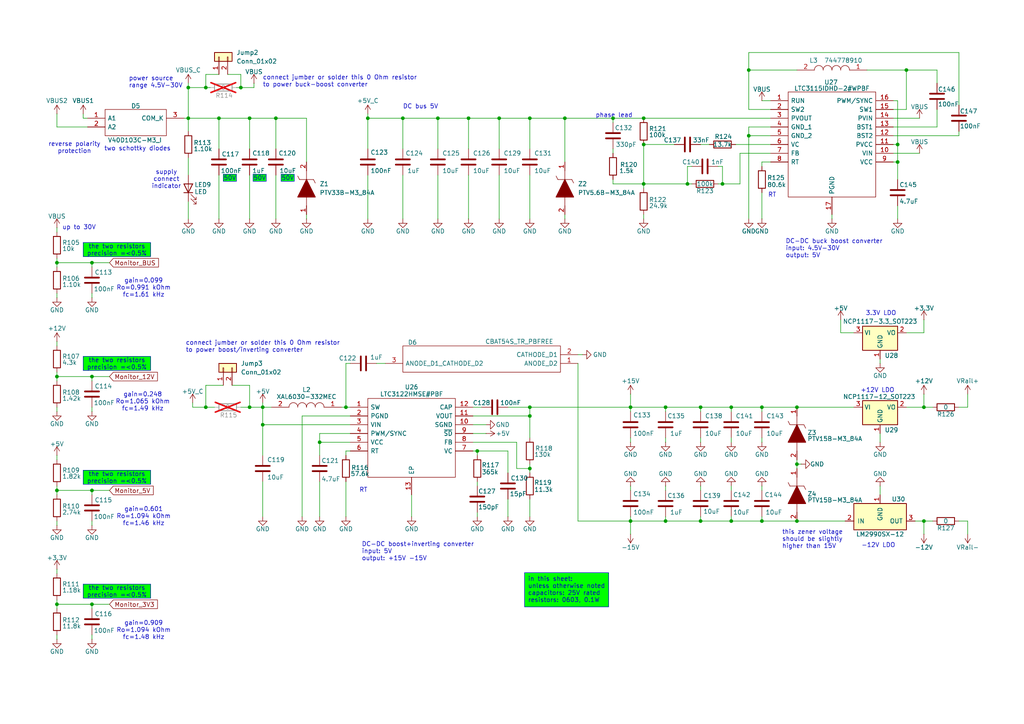
<source format=kicad_sch>
(kicad_sch (version 20250114) (generator "eeschema") (generator_version "9.0")
  (paper "A4")
  (title_block (title "harp device quad dac") (date "2025-07-15") (rev "1.1") (company "The Allen Institute") (comment 1 "Hexabitz"))
  (text "RT" (at 105.41 142.24 0) (effects (font (size 1.27 1.27))))
  (text "this zener voltage\nshould be slightly\nhigher than 15V" (at 226.822 159.258 0) (effects (font (size 1.27 1.27)) (justify left bottom)))
  (text "supply\nconnect\nindicator" (at 48.26 52.07 0) (effects (font (size 1.27 1.27))))
  (text "+12V LDO" (at 254.508 114.046 0) (effects (font (size 1.27 1.27)) (justify bottom)))
  (text "up to 30V" (at 18.034 66.802 0) (effects (font (size 1.27 1.27)) (justify left bottom)))
  (text "-12V LDO" (at 254.762 159.004 0) (effects (font (size 1.27 1.27)) (justify bottom)))
  (text "RT" (at 222.758 56.642 0) (effects (font (size 1.27 1.27)) (justify left)))
  (text "3.3V LDO" (at 255.524 91.694 0) (effects (font (size 1.27 1.27)) (justify bottom)))
  (text "phase lead" (at 172.72 34.29 0) (effects (font (size 1.27 1.27)) (justify left bottom)))
  (text "gain=0.909\nRo=1.094 kOhm\nfc=1.48 kHz" (at 41.656 182.88 0) (effects (font (size 1.27 1.27))))
  (text "reverse polarity\nprotection" (at 21.59 42.926 0) (effects (font (size 1.27 1.27))))
  (text "DC-DC buck boost converter\ninput: 4.5V-30V\noutput: 5V" (at 227.838 74.93 0) (effects (font (size 1.27 1.27)) (justify left bottom)))
  (text "two schottky diodes" (at 39.878 43.942 0) (effects (font (size 1.27 1.27)) (justify bottom)))
  (text "gain=0.601\nRo=1.094 kOhm\nfc=1.46 kHz" (at 41.656 149.86 0) (effects (font (size 1.27 1.27))))
  (text "gain=0.248\nRo=1.065 kOhm\nfc=1.49 kHz" (at 41.402 116.586 0) (effects (font (size 1.27 1.27))))
  (text "connect jumber or solder this 0 Ohm resistor\nto power boost/inverting converter" (at 53.848 102.362 0) (effects (font (size 1.27 1.27)) (justify left bottom)))
  (text "connect jumber or solder this 0 Ohm resistor\nto power buck-boost converter" (at 76.2 25.4 0) (effects (font (size 1.27 1.27)) (justify left bottom)))
  (text "DC-DC boost+inverting converter\ninput: 5V\noutput: +15V -15V" (at 104.902 162.814 0) (effects (font (size 1.27 1.27)) (justify left bottom)))
  (text "DC bus 5V" (at 116.84 31.75 0) (effects (font (size 1.27 1.27)) (justify left bottom)))
  (text "gain=0.099\nRo=0.991 kOhm\nfc=1.61 kHz" (at 41.656 83.566 0) (effects (font (size 1.27 1.27))))
  (text "power source\nrange 4.5V-30V" (at 37.338 25.654 0) (effects (font (size 1.27 1.27)) (justify left bottom)))
  (text_box "in this sheet:\nunless otherwise noted\ncapacitors: 25V rated \nresistors: 0603, 0.1W" (at 152.146 166.116 0) (size 24.384 9.906) (margins 0.9525 0.9525 0.9525 0.9525) (fill (type color) (color 0 255 0 1)) (effects (font (size 1.27 1.27)) (justify left top)))
  (text_box "50V" (at 73.406 50.546 0) (size 3.81 2.032) (margins 0.9525 0.9525 0.9525 0.9525) (fill (type color) (color 0 255 0 1)) (effects (font (size 1.27 1.27))))
  (text_box "the two resistors\nprecision =<0.5%" (at 24.13 136.398 0) (size 19.558 4.064) (margins 0.9525 0.9525 0.9525 0.9525) (fill (type color) (color 0 255 0 1)) (effects (font (size 1.27 1.27))))
  (text_box "the two resistors\nprecision =<0.5%" (at 24.13 169.418 0) (size 19.558 4.064) (margins 0.9525 0.9525 0.9525 0.9525) (fill (type color) (color 0 255 0 1)) (effects (font (size 1.27 1.27))))
  (text_box "50V" (at 81.534 50.546 0) (size 3.81 2.032) (margins 0.9525 0.9525 0.9525 0.9525) (fill (type color) (color 0 255 0 1)) (effects (font (size 1.27 1.27))))
  (text_box "the two resistors\nprecision =<0.5%" (at 24.13 103.378 0) (size 19.558 4.064) (margins 0.9525 0.9525 0.9525 0.9525) (fill (type color) (color 0 255 0 1)) (effects (font (size 1.27 1.27))))
  (text_box "the two resistors\nprecision =<0.5%" (at 24.13 70.358 0) (size 19.558 4.064) (margins 0.9525 0.9525 0.9525 0.9525) (fill (type color) (color 0 255 0 1)) (effects (font (size 1.27 1.27))))
  (text_box "50V" (at 64.77 50.546 0) (size 3.81 2.032) (margins 0.9525 0.9525 0.9525 0.9525) (fill (type color) (color 0 255 0 1)) (effects (font (size 1.27 1.27))))
  (junction (at 76.2 123.19))
  (junction (at 26.67 109.22))
  (junction (at 231.14 134.62))
  (junction (at 212.09 118.11))
  (junction (at 203.2 118.11))
  (junction (at 138.43 130.81))
  (junction (at 153.67 118.11))
  (junction (at 100.33 118.11))
  (junction (at 220.98 151.13))
  (junction (at 69.85 25.4))
  (junction (at 116.84 34.29))
  (junction (at 262.89 20.32))
  (junction (at 209.55 53.34))
  (junction (at 199.39 53.34))
  (junction (at 26.67 142.24))
  (junction (at 92.71 128.27))
  (junction (at 54.61 25.4))
  (junction (at 16.51 109.22))
  (junction (at 26.67 175.26))
  (junction (at 260.35 41.91))
  (junction (at 186.69 34.29))
  (junction (at 16.51 175.26))
  (junction (at 217.17 20.32))
  (junction (at 217.17 39.37))
  (junction (at 177.8 34.29))
  (junction (at 260.35 46.99))
  (junction (at 182.88 151.13))
  (junction (at 212.09 151.13))
  (junction (at 267.97 118.11))
  (junction (at 182.88 118.11))
  (junction (at 76.2 118.11))
  (junction (at 231.14 151.13))
  (junction (at 72.39 34.29))
  (junction (at 72.39 118.11))
  (junction (at 127 34.29))
  (junction (at 63.5 34.29))
  (junction (at 186.69 53.34))
  (junction (at 193.04 118.11))
  (junction (at 186.69 41.91))
  (junction (at 16.51 76.2))
  (junction (at 16.51 142.24))
  (junction (at 203.2 151.13))
  (junction (at 59.69 25.4))
  (junction (at 80.01 34.29))
  (junction (at 163.83 34.29))
  (junction (at 220.98 118.11))
  (junction (at 153.67 120.65))
  (junction (at 144.78 34.29))
  (junction (at 54.61 34.29))
  (junction (at 267.97 151.13))
  (junction (at 106.68 34.29))
  (junction (at 153.67 34.29))
  (junction (at 153.67 135.89))
  (junction (at 231.14 118.11))
  (junction (at 135.89 34.29))
  (junction (at 193.04 151.13))
  (junction (at 26.67 76.2))
  (junction (at 59.69 118.11))
  (wire (pts (xy 101.6 125.73) (xy 92.71 125.73)))
  (wire (pts (xy 203.2 128.27) (xy 203.2 127)))
  (wire (pts (xy 186.69 53.34) (xy 199.39 53.34)))
  (wire (pts (xy 31.75 142.24) (xy 26.67 142.24)))
  (wire (pts (xy 144.78 34.29) (xy 153.67 34.29)))
  (wire (pts (xy 153.67 118.11) (xy 153.67 120.65)))
  (wire (pts (xy 259.08 46.99) (xy 260.35 46.99)))
  (wire (pts (xy 144.78 43.18) (xy 144.78 34.29)))
  (wire (pts (xy 76.2 118.11) (xy 76.2 123.19)))
  (wire (pts (xy 69.85 21.59) (xy 69.85 25.4)))
  (wire (pts (xy 72.39 111.76) (xy 72.39 118.11)))
  (wire (pts (xy 186.69 34.29) (xy 223.52 34.29)))
  (wire (pts (xy 182.88 128.27) (xy 182.88 127)))
  (wire (pts (xy 153.67 63.5) (xy 153.67 50.8)))
  (wire (pts (xy 260.35 41.91) (xy 260.35 46.99)))
  (wire (pts (xy 24.13 34.29) (xy 25.4 34.29)))
  (wire (pts (xy 177.8 34.29) (xy 186.69 34.29)))
  (wire (pts (xy 63.5 21.59) (xy 59.69 21.59)))
  (wire (pts (xy 193.04 149.86) (xy 193.04 151.13)))
  (wire (pts (xy 259.08 29.21) (xy 260.35 29.21)))
  (wire (pts (xy 80.01 34.29) (xy 80.01 43.18)))
  (wire (pts (xy 59.69 118.11) (xy 62.23 118.11)))
  (wire (pts (xy 26.67 109.22) (xy 31.75 109.22)))
  (wire (pts (xy 213.36 41.91) (xy 223.52 41.91)))
  (wire (pts (xy 88.9 46.99) (xy 88.9 34.29)))
  (wire (pts (xy 220.98 29.21) (xy 223.52 29.21)))
  (wire (pts (xy 149.86 135.89) (xy 153.67 135.89)))
  (wire (pts (xy 59.69 111.76) (xy 59.69 118.11)))
  (wire (pts (xy 147.32 118.11) (xy 153.67 118.11)))
  (wire (pts (xy 220.98 142.24) (xy 220.98 140.97)))
  (wire (pts (xy 26.67 142.24) (xy 26.67 143.51)))
  (wire (pts (xy 280.67 154.94) (xy 280.67 151.13)))
  (wire (pts (xy 177.8 43.18) (xy 177.8 44.45)))
  (wire (pts (xy 88.9 34.29) (xy 80.01 34.29)))
  (wire (pts (xy 63.5 34.29) (xy 63.5 43.18)))
  (wire (pts (xy 217.17 20.32) (xy 217.17 31.75)))
  (wire (pts (xy 16.51 175.26) (xy 26.67 175.26)))
  (wire (pts (xy 251.46 20.32) (xy 262.89 20.32)))
  (wire (pts (xy 92.71 128.27) (xy 92.71 132.08)))
  (wire (pts (xy 193.04 127) (xy 193.04 128.27)))
  (wire (pts (xy 16.51 152.4) (xy 16.51 151.13)))
  (wire (pts (xy 212.09 142.24) (xy 212.09 140.97)))
  (wire (pts (xy 278.13 30.48) (xy 278.13 15.24)))
  (wire (pts (xy 76.2 132.08) (xy 76.2 123.19)))
  (wire (pts (xy 16.51 36.83) (xy 16.51 33.02)))
  (wire (pts (xy 26.67 86.36) (xy 26.67 85.09)))
  (wire (pts (xy 203.2 119.38) (xy 203.2 118.11)))
  (wire (pts (xy 259.08 44.45) (xy 266.7 44.45)))
  (wire (pts (xy 138.43 140.97) (xy 138.43 139.7)))
  (wire (pts (xy 72.39 50.8) (xy 72.39 63.5)))
  (wire (pts (xy 231.14 118.11) (xy 247.65 118.11)))
  (wire (pts (xy 182.88 118.11) (xy 182.88 114.3)))
  (wire (pts (xy 106.68 34.29) (xy 106.68 33.02)))
  (wire (pts (xy 135.89 34.29) (xy 144.78 34.29)))
  (wire (pts (xy 217.17 36.83) (xy 217.17 39.37)))
  (wire (pts (xy 106.68 63.5) (xy 106.68 50.8)))
  (wire (pts (xy 220.98 128.27) (xy 220.98 127)))
  (wire (pts (xy 16.51 76.2) (xy 26.67 76.2)))
  (wire (pts (xy 186.69 41.91) (xy 195.58 41.91)))
  (wire (pts (xy 241.3 63.5) (xy 241.3 62.23)))
  (wire (pts (xy 212.09 119.38) (xy 212.09 118.11)))
  (wire (pts (xy 153.67 118.11) (xy 182.88 118.11)))
  (wire (pts (xy 24.13 33.02) (xy 24.13 34.29)))
  (wire (pts (xy 217.17 39.37) (xy 223.52 39.37)))
  (wire (pts (xy 199.39 48.26) (xy 199.39 53.34)))
  (wire (pts (xy 87.63 120.65) (xy 87.63 149.86)))
  (wire (pts (xy 153.67 127) (xy 153.67 120.65)))
  (wire (pts (xy 267.97 118.11) (xy 270.51 118.11)))
  (wire (pts (xy 260.35 46.99) (xy 260.35 52.07)))
  (wire (pts (xy 16.51 143.51) (xy 16.51 142.24)))
  (wire (pts (xy 16.51 86.36) (xy 16.51 85.09)))
  (wire (pts (xy 220.98 118.11) (xy 231.14 118.11)))
  (wire (pts (xy 260.35 63.5) (xy 260.35 59.69)))
  (wire (pts (xy 163.83 62.23) (xy 163.83 63.5)))
  (wire (pts (xy 80.01 50.8) (xy 80.01 63.5)))
  (wire (pts (xy 278.13 15.24) (xy 217.17 15.24)))
  (wire (pts (xy 220.98 151.13) (xy 231.14 151.13)))
  (wire (pts (xy 59.69 25.4) (xy 60.96 25.4)))
  (wire (pts (xy 69.85 25.4) (xy 73.66 25.4)))
  (wire (pts (xy 267.97 118.11) (xy 267.97 114.3)))
  (wire (pts (xy 16.51 109.22) (xy 16.51 107.95)))
  (wire (pts (xy 26.67 76.2) (xy 26.67 77.47)))
  (wire (pts (xy 231.14 151.13) (xy 245.11 151.13)))
  (wire (pts (xy 217.17 20.32) (xy 231.14 20.32)))
  (wire (pts (xy 163.83 34.29) (xy 177.8 34.29)))
  (wire (pts (xy 217.17 15.24) (xy 217.17 20.32)))
  (wire (pts (xy 16.51 109.22) (xy 26.67 109.22)))
  (wire (pts (xy 212.09 118.11) (xy 220.98 118.11)))
  (wire (pts (xy 16.51 175.26) (xy 16.51 173.99)))
  (wire (pts (xy 116.84 50.8) (xy 116.84 63.5)))
  (wire (pts (xy 54.61 45.72) (xy 54.61 50.8)))
  (wire (pts (xy 26.67 109.22) (xy 26.67 110.49)))
  (wire (pts (xy 137.16 128.27) (xy 149.86 128.27)))
  (wire (pts (xy 80.01 34.29) (xy 72.39 34.29)))
  (wire (pts (xy 76.2 116.84) (xy 76.2 118.11)))
  (wire (pts (xy 267.97 151.13) (xy 270.51 151.13)))
  (wire (pts (xy 54.61 34.29) (xy 63.5 34.29)))
  (wire (pts (xy 100.33 132.08) (xy 100.33 130.81)))
  (wire (pts (xy 193.04 118.11) (xy 203.2 118.11)))
  (wire (pts (xy 26.67 76.2) (xy 31.75 76.2)))
  (wire (pts (xy 59.69 21.59) (xy 59.69 25.4)))
  (wire (pts (xy 280.67 118.11) (xy 280.67 114.3)))
  (wire (pts (xy 116.84 34.29) (xy 127 34.29)))
  (wire (pts (xy 63.5 34.29) (xy 72.39 34.29)))
  (wire (pts (xy 265.43 151.13) (xy 267.97 151.13)))
  (wire (pts (xy 55.88 118.11) (xy 59.69 118.11)))
  (wire (pts (xy 54.61 24.13) (xy 54.61 25.4)))
  (wire (pts (xy 177.8 52.07) (xy 177.8 53.34)))
  (wire (pts (xy 16.51 99.06) (xy 16.51 100.33)))
  (wire (pts (xy 208.28 53.34) (xy 209.55 53.34)))
  (wire (pts (xy 54.61 25.4) (xy 59.69 25.4)))
  (wire (pts (xy 182.88 118.11) (xy 193.04 118.11)))
  (wire (pts (xy 138.43 132.08) (xy 138.43 130.81)))
  (wire (pts (xy 262.89 118.11) (xy 267.97 118.11)))
  (wire (pts (xy 138.43 130.81) (xy 137.16 130.81)))
  (wire (pts (xy 223.52 36.83) (xy 217.17 36.83)))
  (wire (pts (xy 140.97 125.73) (xy 137.16 125.73)))
  (wire (pts (xy 259.08 34.29) (xy 266.7 34.29)))
  (wire (pts (xy 138.43 149.86) (xy 138.43 148.59)))
  (wire (pts (xy 54.61 58.42) (xy 54.61 63.5)))
  (wire (pts (xy 16.51 110.49) (xy 16.51 109.22)))
  (wire (pts (xy 78.74 118.11) (xy 76.2 118.11)))
  (wire (pts (xy 99.06 118.11) (xy 100.33 118.11)))
  (wire (pts (xy 147.32 149.86) (xy 147.32 144.78)))
  (wire (pts (xy 127 63.5) (xy 127 50.8)))
  (wire (pts (xy 212.09 151.13) (xy 203.2 151.13)))
  (wire (pts (xy 231.14 133.35) (xy 231.14 134.62)))
  (wire (pts (xy 153.67 134.62) (xy 153.67 135.89)))
  (wire (pts (xy 68.58 25.4) (xy 69.85 25.4)))
  (wire (pts (xy 135.89 63.5) (xy 135.89 50.8)))
  (wire (pts (xy 101.6 105.41) (xy 100.33 105.41)))
  (wire (pts (xy 153.67 149.86) (xy 153.67 144.78)))
  (wire (pts (xy 16.51 165.1) (xy 16.51 166.37)))
  (wire (pts (xy 26.67 175.26) (xy 26.67 176.53)))
  (wire (pts (xy 267.97 92.71) (xy 267.97 96.52)))
  (wire (pts (xy 16.51 176.53) (xy 16.51 175.26)))
  (wire (pts (xy 100.33 139.7) (xy 100.33 149.86)))
  (wire (pts (xy 203.2 142.24) (xy 203.2 140.97)))
  (wire (pts (xy 262.89 20.32) (xy 262.89 31.75)))
  (wire (pts (xy 106.68 43.18) (xy 106.68 34.29)))
  (wire (pts (xy 220.98 151.13) (xy 212.09 151.13)))
  (wire (pts (xy 100.33 105.41) (xy 100.33 118.11)))
  (wire (pts (xy 212.09 149.86) (xy 212.09 151.13)))
  (wire (pts (xy 220.98 63.5) (xy 220.98 55.88)))
  (wire (pts (xy 186.69 53.34) (xy 186.69 54.61)))
  (wire (pts (xy 72.39 118.11) (xy 76.2 118.11)))
  (wire (pts (xy 163.83 34.29) (xy 163.83 46.99)))
  (wire (pts (xy 231.14 134.62) (xy 232.41 134.62)))
  (wire (pts (xy 208.28 48.26) (xy 209.55 48.26)))
  (wire (pts (xy 144.78 50.8) (xy 144.78 63.5)))
  (wire (pts (xy 220.98 46.99) (xy 223.52 46.99)))
  (wire (pts (xy 260.35 29.21) (xy 260.35 41.91)))
  (wire (pts (xy 101.6 120.65) (xy 87.63 120.65)))
  (wire (pts (xy 217.17 39.37) (xy 217.17 63.5)))
  (wire (pts (xy 31.75 175.26) (xy 26.67 175.26)))
  (wire (pts (xy 177.8 53.34) (xy 186.69 53.34)))
  (wire (pts (xy 140.97 123.19) (xy 137.16 123.19)))
  (wire (pts (xy 255.27 140.97) (xy 255.27 143.51)))
  (wire (pts (xy 26.67 119.38) (xy 26.67 118.11)))
  (wire (pts (xy 231.14 134.62) (xy 231.14 135.89)))
  (wire (pts (xy 16.51 132.08) (xy 16.51 133.35)))
  (wire (pts (xy 167.64 105.41) (xy 167.64 151.13)))
  (wire (pts (xy 220.98 149.86) (xy 220.98 151.13)))
  (wire (pts (xy 16.51 142.24) (xy 26.67 142.24)))
  (wire (pts (xy 186.69 62.23) (xy 186.69 63.5)))
  (wire (pts (xy 255.27 105.41) (xy 255.27 104.14)))
  (wire (pts (xy 214.63 44.45) (xy 223.52 44.45)))
  (wire (pts (xy 119.38 143.51) (xy 119.38 149.86)))
  (wire (pts (xy 203.2 149.86) (xy 203.2 151.13)))
  (wire (pts (xy 182.88 154.94) (xy 182.88 151.13)))
  (wire (pts (xy 278.13 118.11) (xy 280.67 118.11)))
  (wire (pts (xy 259.08 39.37) (xy 278.13 39.37)))
  (wire (pts (xy 153.67 34.29) (xy 163.83 34.29)))
  (wire (pts (xy 54.61 34.29) (xy 54.61 38.1)))
  (wire (pts (xy 280.67 151.13) (xy 278.13 151.13)))
  (wire (pts (xy 203.2 151.13) (xy 193.04 151.13)))
  (wire (pts (xy 16.51 76.2) (xy 16.51 74.93)))
  (wire (pts (xy 193.04 118.11) (xy 193.04 119.38)))
  (wire (pts (xy 139.7 118.11) (xy 137.16 118.11)))
  (wire (pts (xy 149.86 128.27) (xy 149.86 135.89)))
  (wire (pts (xy 67.31 111.76) (xy 72.39 111.76)))
  (wire (pts (xy 209.55 53.34) (xy 214.63 53.34)))
  (wire (pts (xy 220.98 48.26) (xy 220.98 46.99)))
  (wire (pts (xy 259.08 36.83) (xy 271.78 36.83)))
  (wire (pts (xy 259.08 41.91) (xy 260.35 41.91)))
  (wire (pts (xy 109.22 105.41) (xy 111.76 105.41)))
  (wire (pts (xy 199.39 53.34) (xy 200.66 53.34)))
  (wire (pts (xy 127 34.29) (xy 135.89 34.29)))
  (wire (pts (xy 243.84 96.52) (xy 247.65 96.52)))
  (wire (pts (xy 203.2 41.91) (xy 205.74 41.91)))
  (wire (pts (xy 54.61 25.4) (xy 54.61 34.29)))
  (wire (pts (xy 267.97 151.13) (xy 267.97 154.94)))
  (wire (pts (xy 271.78 31.75) (xy 271.78 36.83)))
  (wire (pts (xy 182.88 119.38) (xy 182.88 118.11)))
  (wire (pts (xy 271.78 24.13) (xy 271.78 20.32)))
  (wire (pts (xy 243.84 92.71) (xy 243.84 96.52)))
  (wire (pts (xy 73.66 25.4) (xy 73.66 24.13)))
  (wire (pts (xy 217.17 31.75) (xy 223.52 31.75)))
  (wire (pts (xy 209.55 48.26) (xy 209.55 53.34)))
  (wire (pts (xy 63.5 50.8) (xy 63.5 63.5)))
  (wire (pts (xy 220.98 119.38) (xy 220.98 118.11)))
  (wire (pts (xy 92.71 125.73) (xy 92.71 128.27)))
  (wire (pts (xy 100.33 118.11) (xy 101.6 118.11)))
  (wire (pts (xy 16.51 185.42) (xy 16.51 184.15)))
  (wire (pts (xy 16.51 77.47) (xy 16.51 76.2)))
  (wire (pts (xy 167.64 102.87) (xy 168.91 102.87)))
  (wire (pts (xy 101.6 123.19) (xy 76.2 123.19)))
  (wire (pts (xy 16.51 67.31) (xy 16.51 66.04)))
  (wire (pts (xy 177.8 34.29) (xy 177.8 35.56)))
  (wire (pts (xy 127 43.18) (xy 127 34.29)))
  (wire (pts (xy 267.97 96.52) (xy 262.89 96.52)))
  (wire (pts (xy 255.27 128.27) (xy 255.27 125.73)))
  (wire (pts (xy 147.32 130.81) (xy 138.43 130.81)))
  (wire (pts (xy 203.2 118.11) (xy 212.09 118.11)))
  (wire (pts (xy 182.88 142.24) (xy 182.88 140.97)))
  (wire (pts (xy 76.2 149.86) (xy 76.2 139.7)))
  (wire (pts (xy 100.33 130.81) (xy 101.6 130.81)))
  (wire (pts (xy 167.64 151.13) (xy 182.88 151.13)))
  (wire (pts (xy 66.04 21.59) (xy 69.85 21.59)))
  (wire (pts (xy 182.88 151.13) (xy 182.88 149.86)))
  (wire (pts (xy 92.71 128.27) (xy 101.6 128.27)))
  (wire (pts (xy 16.51 119.38) (xy 16.51 118.11)))
  (wire (pts (xy 92.71 149.86) (xy 92.71 139.7)))
  (wire (pts (xy 137.16 120.65) (xy 153.67 120.65)))
  (wire (pts (xy 69.85 118.11) (xy 72.39 118.11)))
  (wire (pts (xy 55.88 116.84) (xy 55.88 118.11)))
  (wire (pts (xy 278.13 38.1) (xy 278.13 39.37)))
  (wire (pts (xy 186.69 41.91) (xy 186.69 53.34)))
  (wire (pts (xy 64.77 111.76) (xy 59.69 111.76)))
  (wire (pts (xy 262.89 31.75) (xy 259.08 31.75)))
  (wire (pts (xy 212.09 128.27) (xy 212.09 127)))
  (wire (pts (xy 88.9 63.5) (xy 88.9 62.23)))
  (wire (pts (xy 72.39 34.29) (xy 72.39 43.18)))
  (wire (pts (xy 193.04 151.13) (xy 182.88 151.13)))
  (wire (pts (xy 262.89 20.32) (xy 271.78 20.32)))
  (wire (pts (xy 153.67 43.18) (xy 153.67 34.29)))
  (wire (pts (xy 214.63 53.34) (xy 214.63 44.45)))
  (wire (pts (xy 106.68 34.29) (xy 116.84 34.29)))
  (wire (pts (xy 193.04 142.24) (xy 193.04 140.97)))
  (wire (pts (xy 116.84 34.29) (xy 116.84 43.18)))
  (wire (pts (xy 53.34 34.29) (xy 54.61 34.29)))
  (wire (pts (xy 25.4 36.83) (xy 16.51 36.83)))
  (wire (pts (xy 153.67 135.89) (xy 153.67 137.16)))
  (wire (pts (xy 26.67 185.42) (xy 26.67 184.15)))
  (wire (pts (xy 147.32 137.16) (xy 147.32 130.81)))
  (wire (pts (xy 26.67 152.4) (xy 26.67 151.13)))
  (wire (pts (xy 200.66 48.26) (xy 199.39 48.26)))
  (wire (pts (xy 16.51 142.24) (xy 16.51 140.97)))
  (wire (pts (xy 135.89 43.18) (xy 135.89 34.29)))
  (global_label "Monitor_5V" (shape input) (at 31.75 142.24 0) (property "Intersheetrefs" "${INTERSHEET_REFS}" (effects (hide yes))))
  (global_label "Monitor_3V3" (shape input) (at 31.75 175.26 0) (property "Intersheetrefs" "${INTERSHEET_REFS}" (effects (hide yes))))
  (global_label "Monitor_12V" (shape input) (at 31.75 109.22 0) (property "Intersheetrefs" "${INTERSHEET_REFS}" (effects (hide yes))))
  (global_label "Monitor_BUS" (shape input) (at 31.75 76.2 0) (property "Intersheetrefs" "${INTERSHEET_REFS}" (effects (hide yes))))
  (symbol (lib_id "power:+3.3V") (at 16.51 132.08 0) (unit 1)
    (property "Reference" "#PWR0223" (effects (hide yes)))
    (property "Value" "+5V" (at 16.51 128.778 0))
    (property "Description" "Power symbol creates a global label with name \"+3.3V\"" (effects (hide yes)))
    (instances (project "harp.device.quad.dac" (path "" (reference "#PWR0223") (unit 1))) (project "multi_ch_harp_dac" (path "" (reference "#PWR?") (unit 1))))
  )
  (symbol (lib_id "harp.device.quad.dac:C_0603") (at 26.67 180.34 180) (unit 1)
    (property "Reference" "C116" (at 27.432 178.054 0) (effects (justify right)))
    (property "Value" "100nF" (at 27.178 182.88 0) (effects (justify right)))
    (property "Footprint" "Capacitor_SMD:C_0603_1608Metric" (effects (hide yes)))
    (property "Description" "Unpolarized capacitor" (effects (hide yes)))
    (property "Link" "https://www.digikey.com/en/products/detail/kemet/C0603C104K5RACTU/1465594" (effects (hide yes)))
    (property "Manufacturer" "KEMET" (effects (hide yes)))
    (property "Rated Voltage" "50V" (effects (hide yes)))
    (property "Tolerance" "10%" (effects (hide yes)))
    (property "PCBWay Link" "https://www.pcbway.com/components/detail/0402B104K160CT/307171/" (effects (hide yes)))
    (property "Manufacturer_Part_Number" "C0603C104K5RACTU" (effects (hide yes)))
    (property "MPN" "C0603C104K5RACTU" (effects (hide yes)))
    (property "Manufacturer_Name" "KEMET" (effects (hide yes)))
    (instances (project "harp.device.quad.dac" (path "" (reference "C116") (unit 1))) (project "multi_ch_harp_dac" (path "" (reference "C?") (unit 1))))
  )
  (symbol (lib_id "power:GND") (at 135.89 63.5 0) (unit 1)
    (property "Reference" "#PWR0250" (effects (hide yes)))
    (property "Value" "GND" (at 135.89 67.056 0))
    (property "Description" "Power symbol creates a global label with name \"GND\" , ground" (effects (hide yes)))
    (instances (project "harp.device.quad.dac" (path "" (reference "#PWR0250") (unit 1))) (project "multi_ch_harp_dac" (path "" (reference "#PWR?") (unit 1))))
  )
  (symbol (lib_id "power:GND") (at 255.27 140.97 180) (unit 1)
    (property "Reference" "#PWR0281" (effects (hide yes)))
    (property "Value" "GND" (at 255.27 137.414 0))
    (property "Description" "Power symbol creates a global label with name \"GND\" , ground" (effects (hide yes)))
    (instances (project "harp.device.quad.dac" (path "" (reference "#PWR0281") (unit 1))) (project "multi_ch_harp_dac" (path "" (reference "#PWR?") (unit 1))))
  )
  (symbol (lib_id "PTV15B-M3_84A:PTV15B-M3_84A") (at 231.14 118.11 270) (unit 1)
    (property "Reference" "Z3" (at 234.188 125.476 90) (effects (justify left)))
    (property "Value" "PTV15B-M3_84A" (at 234.188 127.254 90) (effects (justify left)))
    (property "Footprint" "PTV47BM384A" (effects (hide yes)))
    (property "Datasheet" "https://www.vishay.com/docs/88484/ptvxxb.pdf" (effects (hide yes)))
    (property "Description" "Zener Diodes 1.5watt 15volt" (effects (hide yes)))
    (property "Description_1" "Zener Diodes 1.5watt 15volt" (effects (hide yes)))
    (property "Height" "1.15" (effects (hide yes)))
    (property "Manufacturer_Name" "Vishay" (effects (hide yes)))
    (property "Manufacturer_Part_Number" "PTV15B-M3/84A" (effects (hide yes)))
    (property "Mouser Part Number" "625-PTV15B-M3/84A" (effects (hide yes)))
    (property "Mouser Price/Stock" "https://www.mouser.com/Search/Refine.aspx?Keyword=625-PTV15B-M3%2F84A" (effects (hide yes)))
    (property "Manufacturer" "Vishay" (effects (hide yes)))
    (property "MPN" "PTV15B-M3/84A" (effects (hide yes)))
  )
  (symbol (lib_id "power:GND") (at 203.2 128.27 0) (unit 1)
    (property "Reference" "#PWR0267" (effects (hide yes)))
    (property "Value" "GND" (at 203.2 131.826 0))
    (property "Description" "Power symbol creates a global label with name \"GND\" , ground" (effects (hide yes)))
    (instances (project "harp.device.quad.dac" (path "" (reference "#PWR0267") (unit 1))) (project "multi_ch_harp_dac" (path "" (reference "#PWR?") (unit 1))))
  )
  (symbol (lib_id "power:GND") (at 212.09 128.27 0) (unit 1)
    (property "Reference" "#PWR0269" (effects (hide yes)))
    (property "Value" "GND" (at 212.09 131.826 0))
    (property "Description" "Power symbol creates a global label with name \"GND\" , ground" (effects (hide yes)))
    (instances (project "harp.device.quad.dac" (path "" (reference "#PWR0269") (unit 1))) (project "multi_ch_harp_dac" (path "" (reference "#PWR?") (unit 1))))
  )
  (symbol (lib_id "power:GND") (at 217.17 63.5 0) (unit 1)
    (property "Reference" "#PWR0271" (effects (hide yes)))
    (property "Value" "GND" (at 217.17 67.056 0))
    (property "Description" "Power symbol creates a global label with name \"GND\" , ground" (effects (hide yes)))
    (instances (project "harp.device.quad.dac" (path "" (reference "#PWR0271") (unit 1))) (project "multi_ch_harp_dac" (path "" (reference "#PWR?") (unit 1))))
  )
  (symbol (lib_id "harp.device.quad.dac:C_0603") (at 92.71 135.89 0) (unit 1)
    (property "Reference" "C121" (at 93.218 133.604 0) (effects (justify left)))
    (property "Value" "4.7uF" (at 93.218 138.938 0) (effects (justify left)))
    (property "Footprint" "Capacitor_SMD:C_0603_1608Metric" (effects (hide yes)))
    (property "Description" "Unpolarized capacitor" (effects (hide yes)))
    (property "Link" "https://www.digikey.com/en/products/detail/tdk-corporation/C1608X5R1V475K080AC/3648577" (effects (hide yes)))
    (property "Rated Voltage" "35V" (effects (hide yes)))
    (property "Manufacturer" "TDK Corporation" (effects (hide yes)))
    (property "Alternate" "CL21B106KOQNNNE" (effects (hide yes)))
    (property "Tolerance" "10%" (effects (hide yes)))
    (property "Manufacturer_Part_Number" "C1608X5R1V475K080AC" (effects (hide yes)))
    (property "MPN" "C1608X5R1V475K080AC" (effects (hide yes)))
    (property "Manufacturer_Name" "TDK Corporation" (effects (hide yes)))
    (instances (project "harp.device.quad.dac" (path "" (reference "C121") (unit 1))) (project "multi_ch_harp_dac" (path "" (reference "C?") (unit 1))))
  )
  (symbol (lib_id "power:+3.3V") (at 220.98 29.21 0) (unit 1)
    (property "Reference" "#PWR0272" (effects (hide yes)))
    (property "Value" "VBUS" (at 220.98 25.908 0))
    (property "Description" "Power symbol creates a global label with name \"+3.3V\"" (effects (hide yes)))
    (instances (project "harp.device.quad.dac" (path "" (reference "#PWR0272") (unit 1))) (project "multi_ch_harp_dac" (path "" (reference "#PWR?") (unit 1))))
  )
  (symbol (lib_id "harp.device.quad.dac:C_0603") (at 106.68 46.99 0) (unit 1)
    (property "Reference" "C123" (at 107.442 44.196 0) (effects (justify left)))
    (property "Value" "100nF" (at 107.442 49.53 0) (effects (justify left)))
    (property "Footprint" "Capacitor_SMD:C_0603_1608Metric" (effects (hide yes)))
    (property "Description" "Unpolarized capacitor" (effects (hide yes)))
    (property "Link" "https://www.digikey.com/en/products/detail/kemet/C0603C104K5RACTU/1465594" (effects (hide yes)))
    (property "Manufacturer" "KEMET" (effects (hide yes)))
    (property "Rated Voltage" "50V" (effects (hide yes)))
    (property "Tolerance" "10%" (effects (hide yes)))
    (property "PCBWay Link" "https://www.pcbway.com/components/detail/0402B104K160CT/307171/" (effects (hide yes)))
    (property "Manufacturer_Part_Number" "C0603C104K5RACTU" (effects (hide yes)))
    (property "MPN" "C0603C104K5RACTU" (effects (hide yes)))
    (property "Manufacturer_Name" "KEMET" (effects (hide yes)))
    (instances (project "harp.device.quad.dac" (path "" (reference "C123") (unit 1))) (project "multi_ch_harp_dac" (path "" (reference "C?") (unit 1))))
  )
  (symbol (lib_id "harp.device.quad.dac:R_0603") (at 209.55 41.91 90) (unit 1)
    (property "Reference" "R124" (at 209.804 39.624 90))
    (property "Value" "13.7k" (at 209.55 41.91 90))
    (property "Footprint" "Resistor_SMD:R_0603_1608Metric" (effects (hide yes)))
    (property "Description" "Resistor" (effects (hide yes)))
    (property "Tolerance" "1%" (effects (hide yes)))
    (property "Link" "https://www.digikey.com/en/products/detail/yageo/AC0603FR-0713K7L/5895781" (effects (hide yes)))
    (property "Manufacturer" "Yageo" (effects (hide yes)))
    (property "Manufacturer Number" "RT0402BRD071KL" (effects (hide yes)))
    (property "MPN" "AC0603FR-0713K7L" (effects (hide yes)))
    (property "Manufacturer_Name" "Yageo" (effects (hide yes)))
    (property "Manufacturer_Part_Number" "AC0603FR-0713K7L" (effects (hide yes)))
    (instances (project "harp.device.quad.dac" (path "" (reference "R124") (unit 1))) (project "multi_ch_harp_dac" (path "" (reference "R?") (unit 1))))
  )
  (symbol (lib_id "harp.device.quad.dac:C_0603") (at 203.2 146.05 0) (unit 1)
    (property "Reference" "C139" (at 203.962 143.764 0) (effects (justify left)))
    (property "Value" "10uF" (at 203.962 148.336 0) (effects (justify left)))
    (property "Footprint" "Capacitor_SMD:C_0603_1608Metric" (effects (hide yes)))
    (property "Description" "Unpolarized cap" (effects (hide yes)))
    (property "Link" "https://www.digikey.com/en/products/detail/murata-electronics/GRM188R61E106KA73D/9867922" (effects (hide yes)))
    (property "Rated Voltage" "25V" (effects (hide yes)))
    (property "Manufacturer" "Murata Electronics" (effects (hide yes)))
    (property "Tolerance" "10%" (effects (hide yes)))
    (property "Manufacturer_Part_Number" "GRM188R61E106KA73D" (effects (hide yes)))
    (property "MPN" "GRM188R61E106KA73D" (effects (hide yes)))
    (property "Manufacturer_Name" "Murata Electronics" (effects (hide yes)))
    (instances (project "harp.device.quad.dac" (path "" (reference "C139") (unit 1))) (project "multi_ch_harp_dac" (path "" (reference "C?") (unit 1))))
  )
  (symbol (lib_id "harp.device.quad.dac:C_0603") (at 212.09 123.19 0) (unit 1)
    (property "Reference" "C141" (at 213.36 120.65 0) (effects (justify left)))
    (property "Value" "10uF" (at 213.36 125.73 0) (effects (justify left)))
    (property "Footprint" "Capacitor_SMD:C_0603_1608Metric" (effects (hide yes)))
    (property "Description" "Unpolarized cap" (effects (hide yes)))
    (property "Link" "https://www.digikey.com/en/products/detail/murata-electronics/GRM188R61E106KA73D/9867922" (effects (hide yes)))
    (property "Rated Voltage" "25V" (effects (hide yes)))
    (property "Manufacturer" "Murata Electronics" (effects (hide yes)))
    (property "Tolerance" "10%" (effects (hide yes)))
    (property "Manufacturer_Part_Number" "GRM188R61E106KA73D" (effects (hide yes)))
    (property "MPN" "GRM188R61E106KA73D" (effects (hide yes)))
    (property "Manufacturer_Name" "Murata Electronics" (effects (hide yes)))
    (instances (project "harp.device.quad.dac" (path "" (reference "C141") (unit 1))) (project "multi_ch_harp_dac" (path "" (reference "C?") (unit 1))))
  )
  (symbol (lib_id "power:VBUS") (at 280.67 114.3 0) (unit 1)
    (property "Reference" "#PWR0288" (effects (hide yes)))
    (property "Value" "VRail+" (at 280.67 110.49 0))
    (property "Description" "Power symbol creates a global label with name \"VBUS\"" (effects (hide yes)))
    (instances (project "harp.device.quad.dac" (path "" (reference "#PWR0288") (unit 1))) (project "multi_ch_harp_dac" (path "" (reference "#PWR?") (unit 1))))
  )
  (symbol (lib_id "power:GND") (at 100.33 149.86 0) (unit 1)
    (property "Reference" "#PWR0244" (effects (hide yes)))
    (property "Value" "GND" (at 100.33 153.416 0))
    (property "Description" "Power symbol creates a global label with name \"GND\" , ground" (effects (hide yes)))
    (instances (project "harp.device.quad.dac" (path "" (reference "#PWR0244") (unit 1))) (project "multi_ch_harp_dac" (path "" (reference "#PWR?") (unit 1))))
  )
  (symbol (lib_id "power:GND") (at 138.43 149.86 0) (unit 1)
    (property "Reference" "#PWR0251" (effects (hide yes)))
    (property "Value" "GND" (at 138.43 153.416 0))
    (property "Description" "Power symbol creates a global label with name \"GND\" , ground" (effects (hide yes)))
    (instances (project "harp.device.quad.dac" (path "" (reference "#PWR0251") (unit 1))) (project "multi_ch_harp_dac" (path "" (reference "#PWR?") (unit 1))))
  )
  (symbol (lib_id "power:+3.3V") (at 267.97 92.71 0) (unit 1)
    (property "Reference" "#PWR0285" (effects (hide yes)))
    (property "Value" "+3.3V" (at 267.97 89.408 0))
    (property "Description" "Power symbol creates a global label with name \"+3.3V\"" (effects (hide yes)))
    (instances (project "harp.device.quad.dac" (path "" (reference "#PWR0285") (unit 1))) (project "multi_ch_harp_dac" (path "" (reference "#PWR?") (unit 1))))
  )
  (symbol (lib_id "power:GND") (at 147.32 149.86 0) (unit 1)
    (property "Reference" "#PWR0255" (effects (hide yes)))
    (property "Value" "GND" (at 147.32 153.416 0))
    (property "Description" "Power symbol creates a global label with name \"GND\" , ground" (effects (hide yes)))
    (instances (project "harp.device.quad.dac" (path "" (reference "#PWR0255") (unit 1))) (project "multi_ch_harp_dac" (path "" (reference "#PWR?") (unit 1))))
  )
  (symbol (lib_id "harp.device.quad.dac:744778910") (at 251.46 20.32 180) (unit 1)
    (property "Reference" "L3" (at 235.966 17.526 0))
    (property "Value" "744778910" (at 244.602 17.526 0))
    (property "Footprint" "harp.device.quad.dac.kicad:WE-PD_7332-7345_PLASTIC_BASE54" (effects (hide yes)))
    (property "Datasheet" "http://componentsearchengine.com/Datasheets/1/744778910.pdf" (effects (hide yes)))
    (property "Description" "Wurth Shielded Wire-wound SMD Inductor 10 uH +/-20% 1.83A Idc" (effects (hide yes)))
    (property "Description_1" "Wurth Shielded Wire-wound SMD Inductor 10 uH +/-20% 1.83A Idc" (effects (hide yes)))
    (property "Manufacturer_Name" "Wurth Elektronik" (effects (hide yes)))
    (property "Manufacturer_Part_Number" "744778910" (effects (hide yes)))
    (property "Mouser Part Number" "710-744778910" (effects (hide yes)))
    (property "Mouser Price/Stock" "https://www.mouser.co.uk/ProductDetail/Wurth-Elektronik/744778910?qs=E%2F%2FhvbtCqpOrtM2JsaqfUA%3D%3D" (effects (hide yes)))
    (property "Manufacturer" "Wurth Elektronik" (effects (hide yes)))
    (property "MPN" "744778910" (effects (hide yes)))
    (instances (project "harp.device.quad.dac" (path "" (reference "L3") (unit 1))) (project "multi_ch_harp_dac" (path "" (reference "L?") (unit 1))))
  )
  (symbol (lib_id "power:GND") (at 232.41 134.62 90) (unit 1)
    (property "Reference" "#PWR0276" (effects (hide yes)))
    (property "Value" "GND" (at 234.95 134.62 90) (effects (justify right)))
    (property "Description" "Power symbol creates a global label with name \"GND\" , ground" (effects (hide yes)))
  )
  (symbol (lib_id "harp.device.quad.dac:LTC3115IDHD-2#WPBF") (at 223.52 29.21 0) (unit 1)
    (property "Reference" "U27" (at 241.046 23.876 0))
    (property "Value" "LTC3115IDHD-2#WPBF" (at 241.3 25.654 0))
    (property "Footprint" "harp.device.quad.dac.kicad:SON50P400X500X80-17N-D" (effects (hide yes)))
    (property "Datasheet" "https://www.analog.com/LTC3115-2/datasheet" (effects (hide yes)))
    (property "Description" "Wide VIN Range: 2.7V to 40V n Wide VOUT Range: 2.7V to 40V n 0.8A Output Current for VIN  3.6V, VOUT = 5V n 2A Output Current in Step-Down Operation for VIN  6V n Programmable Frequency: 100kHz to 2MHz" (effects (hide yes)))
    (property "Description_1" "Wide VIN Range: 2.7V to 40V n Wide VOUT Range: 2.7V to 40V n 0.8A Output Current for VIN  3.6V, VOUT = 5V n 2A Output Current in Step-Down Operation for VIN  6V n Programmable Frequency: 100kHz to 2MHz" (effects (hide yes)))
    (property "Height" "0.8" (effects (hide yes)))
    (property "Manufacturer_Name" "Analog Devices" (effects (hide yes)))
    (property "Manufacturer_Part_Number" "LTC3115IDHD-2#WPBF" (effects (hide yes)))
    (property "MPN" "LTC3115IDHD-2#WPBF" (effects (hide yes)))
    (instances (project "harp.device.quad.dac" (path "" (reference "U27") (unit 1))) (project "multi_ch_harp_dac" (path "" (reference "U?") (unit 1))))
  )
  (symbol (lib_id "power:+3.3V") (at 16.51 66.04 0) (unit 1)
    (property "Reference" "#PWR0219" (effects (hide yes)))
    (property "Value" "VBUS" (at 16.51 62.738 0))
    (property "Description" "Power symbol creates a global label with name \"+3.3V\"" (effects (hide yes)))
    (instances (project "harp.device.quad.dac" (path "" (reference "#PWR0219") (unit 1))) (project "multi_ch_harp_dac" (path "" (reference "#PWR?") (unit 1))))
  )
  (symbol (lib_id "harp.device.quad.dac:R_0603") (at 220.98 52.07 0) (unit 1)
    (property "Reference" "R125" (at 222.504 51.562 0) (effects (justify left)))
    (property "Value" "80.6k" (at 222.504 53.594 0) (effects (justify left)))
    (property "Footprint" "Resistor_SMD:R_0603_1608Metric" (effects (hide yes)))
    (property "Description" "Resistor" (effects (hide yes)))
    (property "Link" "https://www.digikey.com/en/products/detail/yageo/RC0603FR-0780K6L/727396" (effects (hide yes)))
    (property "Manufacturer" "Yageo" (effects (hide yes)))
    (property "Manufacturer Number" "RC0402FR-07680RL" (effects (hide yes)))
    (property "Tolerance" "1%" (effects (hide yes)))
    (property "MPN" "RC0603FR-0780K6L" (effects (hide yes)))
    (property "Manufacturer_Name" "Yageo" (effects (hide yes)))
    (property "Manufacturer_Part_Number" "RC0603FR-0780K6L" (effects (hide yes)))
    (instances (project "harp.device.quad.dac" (path "" (reference "R125") (unit 1))) (project "multi_ch_harp_dac" (path "" (reference "R?") (unit 1))))
  )
  (symbol (lib_id "power:GND") (at 203.2 140.97 180) (unit 1)
    (property "Reference" "#PWR0268" (effects (hide yes)))
    (property "Value" "GND" (at 203.2 137.414 0))
    (property "Description" "Power symbol creates a global label with name \"GND\" , ground" (effects (hide yes)))
    (instances (project "harp.device.quad.dac" (path "" (reference "#PWR0268") (unit 1))) (project "multi_ch_harp_dac" (path "" (reference "#PWR?") (unit 1))))
  )
  (symbol (lib_id "harp.device.quad.dac:C_0603") (at 203.2 123.19 0) (unit 1)
    (property "Reference" "C138" (at 204.47 120.65 0) (effects (justify left)))
    (property "Value" "10uF" (at 204.47 125.73 0) (effects (justify left)))
    (property "Footprint" "Capacitor_SMD:C_0603_1608Metric" (effects (hide yes)))
    (property "Description" "Unpolarized cap" (effects (hide yes)))
    (property "Link" "https://www.digikey.com/en/products/detail/murata-electronics/GRM188R61E106KA73D/9867922" (effects (hide yes)))
    (property "Rated Voltage" "25V" (effects (hide yes)))
    (property "Manufacturer" "Murata Electronics" (effects (hide yes)))
    (property "Tolerance" "10%" (effects (hide yes)))
    (property "Manufacturer_Part_Number" "GRM188R61E106KA73D" (effects (hide yes)))
    (property "MPN" "GRM188R61E106KA73D" (effects (hide yes)))
    (property "Manufacturer_Name" "Murata Electronics" (effects (hide yes)))
    (instances (project "harp.device.quad.dac" (path "" (reference "C138") (unit 1))) (project "multi_ch_harp_dac" (path "" (reference "C?") (unit 1))))
  )
  (symbol (lib_id "power:GND") (at 163.83 63.5 0) (unit 1)
    (property "Reference" "#PWR0258" (effects (hide yes)))
    (property "Value" "GND" (at 163.83 67.056 0))
    (property "Description" "Power symbol creates a global label with name \"GND\" , ground" (effects (hide yes)))
  )
  (symbol (lib_id "harp.device.quad.dac:C_0603") (at 76.2 135.89 0) (unit 1)
    (property "Reference" "C119" (at 77.47 133.35 0) (effects (justify left)))
    (property "Value" "10uF" (at 77.47 138.43 0) (effects (justify left)))
    (property "Footprint" "Capacitor_SMD:C_0603_1608Metric" (effects (hide yes)))
    (property "Description" "Unpolarized capacitor" (effects (hide yes)))
    (property "Link" "https://www.digikey.com/en/products/detail/murata-electronics/GRM188R61E106KA73D/9867922" (effects (hide yes)))
    (property "Rated Voltage" "25V" (effects (hide yes)))
    (property "Manufacturer" "Murata Electronics" (effects (hide yes)))
    (property "Tolerance" "10%" (effects (hide yes)))
    (property "Manufacturer_Part_Number" "GRM188R61E106KA73D" (effects (hide yes)))
    (property "MPN" "GRM188R61E106KA73D" (effects (hide yes)))
    (property "Manufacturer_Name" "Murata Electronics" (effects (hide yes)))
    (instances (project "harp.device.quad.dac" (path "" (reference "C119") (unit 1))) (project "multi_ch_harp_dac" (path "" (reference "C?") (unit 1))))
  )
  (symbol (lib_id "power:GND") (at 88.9 63.5 0) (unit 1)
    (property "Reference" "#PWR0242" (effects (hide yes)))
    (property "Value" "GND" (at 88.9 67.056 0))
    (property "Description" "Power symbol creates a global label with name \"GND\" , ground" (effects (hide yes)))
  )
  (symbol (lib_id "power:GND") (at 106.68 63.5 0) (unit 1)
    (property "Reference" "#PWR0246" (effects (hide yes)))
    (property "Value" "GND" (at 106.68 67.056 0))
    (property "Description" "Power symbol creates a global label with name \"GND\" , ground" (effects (hide yes)))
    (instances (project "harp.device.quad.dac" (path "" (reference "#PWR0246") (unit 1))) (project "multi_ch_harp_dac" (path "" (reference "#PWR?") (unit 1))))
  )
  (symbol (lib_id "PTV33B-M3_84A:PTV33B-M3_84A") (at 88.9 46.99 270) (unit 1)
    (property "Reference" "Z1" (at 92.71 53.3399 90) (effects (justify left)))
    (property "Value" "PTV33B-M3_84A" (at 92.71 55.8799 90) (effects (justify left)))
    (property "Footprint" "PTV47BM384A" (effects (hide yes)))
    (property "Datasheet" "https://www.vishay.com/docs/88484/ptvxxb.pdf" (effects (hide yes)))
    (property "Description" "Zener Diodes 1.5watt 33volt" (effects (hide yes)))
    (property "Description_1" "Zener Diodes 1.5watt 33volt" (effects (hide yes)))
    (property "Height" "1.15" (effects (hide yes)))
    (property "Manufacturer_Name" "Vishay" (effects (hide yes)))
    (property "Manufacturer_Part_Number" "PTV33B-M3/84A" (effects (hide yes)))
    (property "Mouser Part Number" "625-PTV33B-M3/84A" (effects (hide yes)))
    (property "Mouser Price/Stock" "https://www.mouser.co.uk/ProductDetail/Vishay-General-Semiconductor/PTV33B-M3-84A?qs=oGkaSCw6xso8fV4Fkkgn%252Bw%3D%3D" (effects (hide yes)))
    (property "Manufacturer" "Vishay" (effects (hide yes)))
    (property "MPN" "PTV33B-M3/84A" (effects (hide yes)))
  )
  (symbol (lib_id "harp.device.quad.dac:XAL6030-332MEC") (at 99.06 118.11 180) (unit 1)
    (property "Reference" "L2" (at 88.9 113.03 0))
    (property "Value" "XAL6030-332MEC" (at 88.9 115.062 0))
    (property "Footprint" "harp.device.quad.dac.kicad:XAL6030182MEB" (effects (hide yes)))
    (property "Datasheet" "https://www.mouser.co.uk/datasheet/2/597/xal60xx-270658.pdf" (effects (hide yes)))
    (property "Description" "COILCRAFT - XAL6030-332MEC - INDUCTOR, PWR, 3.3UH, 8A, 20%, 26MHZ" (effects (hide yes)))
    (property "Description_1" "COILCRAFT - XAL6030-332MEC - INDUCTOR, PWR, 3.3UH, 8A, 20%, 26MHZ" (effects (hide yes)))
    (property "Height" "3.1" (effects (hide yes)))
    (property "Manufacturer_Name" "COILCRAFT" (effects (hide yes)))
    (property "Manufacturer_Part_Number" "XAL6030-332MEC" (effects (hide yes)))
    (property "Mouser Part Number" "994-XAL6030-332MEC" (effects (hide yes)))
    (property "Mouser Price/Stock" "https://www.mouser.co.uk/ProductDetail/Coilcraft/XAL6030-332MEC?qs=zCSbvcPd3pYWVfVIEkm2pQ%3D%3D" (effects (hide yes)))
    (property "Manufacturer" "COILCRAFT" (effects (hide yes)))
    (property "MPN" "XAL6030-332MEC" (effects (hide yes)))
    (instances (project "harp.device.quad.dac" (path "" (reference "L2") (unit 1))) (project "multi_ch_harp_dac" (path "" (reference "L?") (unit 1))))
  )
  (symbol (lib_id "power:VBUS") (at 280.67 154.94 180) (unit 1)
    (property "Reference" "#PWR0289" (effects (hide yes)))
    (property "Value" "VRail-" (at 280.67 158.75 0))
    (property "Description" "Power symbol creates a global label with name \"VBUS\"" (effects (hide yes)))
    (instances (project "harp.device.quad.dac" (path "" (reference "#PWR0289") (unit 1))) (project "multi_ch_harp_dac" (path "" (reference "#PWR?") (unit 1))))
  )
  (symbol (lib_id "power:GND") (at 153.67 63.5 0) (unit 1)
    (property "Reference" "#PWR0256" (effects (hide yes)))
    (property "Value" "GND" (at 153.67 67.056 0))
    (property "Description" "Power symbol creates a global label with name \"GND\" , ground" (effects (hide yes)))
    (instances (project "harp.device.quad.dac" (path "" (reference "#PWR0256") (unit 1))) (project "multi_ch_harp_dac" (path "" (reference "#PWR?") (unit 1))))
  )
  (symbol (lib_id "power:GND") (at 260.35 63.5 0) (unit 1)
    (property "Reference" "#PWR0282" (effects (hide yes)))
    (property "Value" "GND" (at 260.35 67.056 0))
    (property "Description" "Power symbol creates a global label with name \"GND\" , ground" (effects (hide yes)))
    (instances (project "harp.device.quad.dac" (path "" (reference "#PWR0282") (unit 1))) (project "multi_ch_harp_dac" (path "" (reference "#PWR?") (unit 1))))
  )
  (symbol (lib_id "harp.device.quad.dac:R_0603") (at 186.69 38.1 0) (unit 1)
    (property "Reference" "R121" (at 188.214 37.338 0) (effects (justify left)))
    (property "Value" "100k" (at 188.214 39.116 0) (effects (justify left)))
    (property "Footprint" "Resistor_SMD:R_0603_1608Metric" (effects (hide yes)))
    (property "Description" "Resistor" (effects (hide yes)))
    (property "Link" "https://www.digikey.com/en/products/detail/yageo/RC0603FR-07100KL/726889" (effects (hide yes)))
    (property "Manufacturer" "Yageo" (effects (hide yes)))
    (property "Manufacturer Number" "RC0402FR-07680RL" (effects (hide yes)))
    (property "Tolerance" "1%" (effects (hide yes)))
    (property "MPN" "RC0603FR-07100KL" (effects (hide yes)))
    (property "Manufacturer_Name" "Yageo" (effects (hide yes)))
    (property "Manufacturer_Part_Number" "RC0603FR-07100KL" (effects (hide yes)))
    (instances (project "harp.device.quad.dac" (path "" (reference "R121") (unit 1))) (project "multi_ch_harp_dac" (path "" (reference "R?") (unit 1))))
  )
  (symbol (lib_id "harp.device.quad.dac:C_0603") (at 193.04 123.19 0) (unit 1)
    (property "Reference" "C135" (at 193.548 120.65 0) (effects (justify left)))
    (property "Value" "1uF" (at 194.31 125.73 0) (effects (justify left)))
    (property "Footprint" "Capacitor_SMD:C_0603_1608Metric" (effects (hide yes)))
    (property "Description" "Unpolarized capacitor" (effects (hide yes)))
    (property "Notes" "must not be polarized" (effects (hide yes)))
    (property "Link" "https://www.digikey.com/en/products/detail/tdk-corporation/C1608X7R1H105K080AB/25982687" (effects (hide yes)))
    (property "Manufacturer" "TDK Corporation" (effects (hide yes)))
    (property "Rated Voltage" "50V" (effects (hide yes)))
    (property "Tolerance" "10%" (effects (hide yes)))
    (property "Manufacturer_Part_Number" "C1608X7R1H105K080AB" (effects (hide yes)))
    (property "MPN" "C1608X7R1H105K080AB" (effects (hide yes)))
    (property "Manufacturer_Name" "TDK Corporation" (effects (hide yes)))
    (instances (project "harp.device.quad.dac" (path "" (reference "C135") (unit 1))) (project "multi_ch_harp_dac" (path "" (reference "C?") (unit 1))))
  )
  (symbol (lib_id "power:GND") (at 182.88 128.27 0) (unit 1)
    (property "Reference" "#PWR0261" (effects (hide yes)))
    (property "Value" "GND" (at 182.88 131.826 0))
    (property "Description" "Power symbol creates a global label with name \"GND\" , ground" (effects (hide yes)))
    (instances (project "harp.device.quad.dac" (path "" (reference "#PWR0261") (unit 1))) (project "multi_ch_harp_dac" (path "" (reference "#PWR?") (unit 1))))
  )
  (symbol (lib_id "power:GND") (at 26.67 185.42 0) (unit 1)
    (property "Reference" "#PWR0231" (effects (hide yes)))
    (property "Value" "GND" (at 26.67 188.976 0))
    (property "Description" "Power symbol creates a global label with name \"GND\" , ground" (effects (hide yes)))
    (instances (project "harp.device.quad.dac" (path "" (reference "#PWR0231") (unit 1))) (project "multi_ch_harp_dac" (path "" (reference "#PWR?") (unit 1))))
  )
  (symbol (lib_id "power:GND") (at 168.91 102.87 90) (unit 1)
    (property "Reference" "#PWR0259" (effects (hide yes)))
    (property "Value" "GND" (at 171.958 102.87 90) (effects (justify right)))
    (property "Description" "Power symbol creates a global label with name \"GND\" , ground" (effects (hide yes)))
    (instances (project "harp.device.quad.dac" (path "" (reference "#PWR0259") (unit 1))) (project "multi_ch_harp_dac" (path "" (reference "#PWR?") (unit 1))))
  )
  (symbol (lib_id "power:GND") (at 16.51 119.38 0) (unit 1)
    (property "Reference" "#PWR0222" (effects (hide yes)))
    (property "Value" "GND" (at 16.51 122.936 0))
    (property "Description" "Power symbol creates a global label with name \"GND\" , ground" (effects (hide yes)))
    (instances (project "harp.device.quad.dac" (path "" (reference "#PWR0222") (unit 1))) (project "multi_ch_harp_dac" (path "" (reference "#PWR?") (unit 1))))
  )
  (symbol (lib_id "harp.device.quad.dac:R_0603") (at 153.67 140.97 0) (unit 1)
    (property "Reference" "R119" (at 154.94 139.954 0) (effects (justify left)))
    (property "Value" "11.3k" (at 154.94 141.986 0) (effects (justify left)))
    (property "Footprint" "Resistor_SMD:R_0603_1608Metric" (effects (hide yes)))
    (property "Description" "Resistor" (effects (hide yes)))
    (property "Link" "https://www.digikey.com/en/products/detail/yageo/RC0603FR-0711K3L/726899" (effects (hide yes)))
    (property "Manufacturer" "Yageo" (effects (hide yes)))
    (property "Manufacturer Number" "RC0402FR-07680RL" (effects (hide yes)))
    (property "Tolerance" "1%" (effects (hide yes)))
    (property "MPN" "RC0603FR-0711K3L" (effects (hide yes)))
    (property "Manufacturer_Name" "Yageo" (effects (hide yes)))
    (property "Manufacturer_Part_Number" "RC0603FR-0711K3L" (effects (hide yes)))
    (instances (project "harp.device.quad.dac" (path "" (reference "R119") (unit 1))) (project "multi_ch_harp_dac" (path "" (reference "R?") (unit 1))))
  )
  (symbol (lib_id "harp.device.quad.dac:R_0603") (at 16.51 170.18 0) (unit 1)
    (property "Reference" "R111" (at 18.034 169.418 0) (effects (justify left)))
    (property "Value" "1.18k" (at 18.034 171.196 0) (effects (justify left)))
    (property "Footprint" "Resistor_SMD:R_0603_1608Metric" (effects (hide yes)))
    (property "Description" "Resistor" (effects (hide yes)))
    (property "Link" "https://www.digikey.com/en/products/detail/yageo/RT0603BRD071K18L/1072318" (effects (hide yes)))
    (property "Manufacturer" "Yageo" (effects (hide yes)))
    (property "Manufacturer Number" "RC0402FR-07680RL" (effects (hide yes)))
    (property "Tolerance" "0.1%" (effects (hide yes)))
    (property "MPN" "RT0603BRD071K18L" (effects (hide yes)))
    (property "Manufacturer_Name" "Yageo" (effects (hide yes)))
    (property "Manufacturer_Part_Number" "RT0603BRD071K18L" (effects (hide yes)))
    (instances (project "harp.device.quad.dac" (path "" (reference "R111") (unit 1))) (project "multi_ch_harp_dac" (path "" (reference "R?") (unit 1))))
  )
  (symbol (lib_id "power:GND") (at 16.51 152.4 0) (unit 1)
    (property "Reference" "#PWR0224" (effects (hide yes)))
    (property "Value" "GND" (at 16.51 155.956 0))
    (property "Description" "Power symbol creates a global label with name \"GND\" , ground" (effects (hide yes)))
    (instances (project "harp.device.quad.dac" (path "" (reference "#PWR0224") (unit 1))) (project "multi_ch_harp_dac" (path "" (reference "#PWR?") (unit 1))))
  )
  (symbol (lib_id "power:GND") (at 255.27 128.27 0) (unit 1)
    (property "Reference" "#PWR0280" (effects (hide yes)))
    (property "Value" "GND" (at 255.27 131.826 0))
    (property "Description" "Power symbol creates a global label with name \"GND\" , ground" (effects (hide yes)))
    (instances (project "harp.device.quad.dac" (path "" (reference "#PWR0280") (unit 1))) (project "multi_ch_harp_dac" (path "" (reference "#PWR?") (unit 1))))
  )
  (symbol (lib_id "harp.device.quad.dac:LED") (at 54.61 54.61 90) (unit 1)
    (property "Reference" "LED9" (at 56.388 53.594 90) (effects (justify right)))
    (property "Value" "LED" (at 56.388 55.626 90) (effects (justify right)))
    (property "Footprint" "harp.device.quad.dac.kicad:LED_0603_1608Metric_Pad1.05x0.95mm_HandSolder" (effects (hide yes)))
    (property "Datasheet" "https://www.sunledusa.com/products/spec/XZCDGK53W-1VF.pdf" (effects (hide yes)))
    (property "Description" "Light emitting diode" (effects (hide yes)))
    (property "Link" "https://www.digikey.com/en/products/detail/sunled/XZCDGK53W-1VF/15761905" (effects (hide yes)))
    (property "Notes" "2mA, 98mcd, green" (effects (hide yes)))
    (property "Manufacturer" "SunLED" (effects (hide yes)))
    (property "Manufacturer Number" "XZCDGK53W-1VF" (effects (hide yes)))
    (property "PCBWay Link" "https://www.pcbway.com/components/detail/XZCDGK53W1VF/501988/" (effects (hide yes)))
    (property "MPN" "XZCDGK53W-1VF" (effects (hide yes)))
    (property "MFN" "SunLED" (effects (hide yes)))
    (property "Manufacturer_Part_Number" "XZCDGK53W-1VF" (effects (hide yes)))
    (instances (project "harp.device.quad.dac" (path "" (reference "LED9") (unit 1))) (project "multi_ch_harp_dac" (path "" (reference "LED?") (unit 1))))
  )
  (symbol (lib_id "power:GND") (at 182.88 140.97 180) (unit 1)
    (property "Reference" "#PWR0262" (effects (hide yes)))
    (property "Value" "GND" (at 182.88 137.414 0))
    (property "Description" "Power symbol creates a global label with name \"GND\" , ground" (effects (hide yes)))
    (instances (project "harp.device.quad.dac" (path "" (reference "#PWR0262") (unit 1))) (project "multi_ch_harp_dac" (path "" (reference "#PWR?") (unit 1))))
  )
  (symbol (lib_id "harp.device.quad.dac:R_0603") (at 16.51 147.32 0) (unit 1)
    (property "Reference" "R110" (at 18.034 146.812 0) (effects (justify left)))
    (property "Value" "2.74k" (at 18.034 148.59 0) (effects (justify left)))
    (property "Footprint" "Resistor_SMD:R_0603_1608Metric" (effects (hide yes)))
    (property "Description" "Resistor" (effects (hide yes)))
    (property "Link" "https://www.digikey.com/en/products/detail/yageo/RT0603BRD072K74L/1072439" (effects (hide yes)))
    (property "Manufacturer" "Yageo" (effects (hide yes)))
    (property "Manufacturer Number" "RC0402FR-07680RL" (effects (hide yes)))
    (property "Tolerance" "0.1%" (effects (hide yes)))
    (property "MPN" "RT0603BRD072K74L" (effects (hide yes)))
    (property "Manufacturer_Name" "Yageo" (effects (hide yes)))
    (property "Manufacturer_Part_Number" "RT0603BRD072K74L" (effects (hide yes)))
    (instances (project "harp.device.quad.dac" (path "" (reference "R110") (unit 1))) (project "multi_ch_harp_dac" (path "" (reference "R?") (unit 1))))
  )
  (symbol (lib_id "power:+5V") (at 182.88 154.94 180) (unit 1)
    (property "Reference" "#PWR0263" (effects (hide yes)))
    (property "Value" "-15V" (at 182.88 158.75 0))
    (property "Description" "Power symbol creates a global label with name \"+5V\"" (effects (hide yes)))
    (instances (project "harp.device.quad.dac" (path "" (reference "#PWR0263") (unit 1))) (project "multi_ch_harp_dac" (path "" (reference "#PWR?") (unit 1))))
  )
  (symbol (lib_id "power:GND") (at 72.39 63.5 0) (unit 1)
    (property "Reference" "#PWR0236" (effects (hide yes)))
    (property "Value" "GND" (at 72.39 67.056 0))
    (property "Description" "Power symbol creates a global label with name \"GND\" , ground" (effects (hide yes)))
    (instances (project "harp.device.quad.dac" (path "" (reference "#PWR0236") (unit 1))) (project "multi_ch_harp_dac" (path "" (reference "#PWR?") (unit 1))))
  )
  (symbol (lib_id "power:GND") (at 127 63.5 0) (unit 1)
    (property "Reference" "#PWR0249" (effects (hide yes)))
    (property "Value" "GND" (at 127 67.056 0))
    (property "Description" "Power symbol creates a global label with name \"GND\" , ground" (effects (hide yes)))
    (instances (project "harp.device.quad.dac" (path "" (reference "#PWR0249") (unit 1))) (project "multi_ch_harp_dac" (path "" (reference "#PWR?") (unit 1))))
  )
  (symbol (lib_id "power:+3.3V") (at 16.51 33.02 0) (unit 1)
    (property "Reference" "#PWR0218" (effects (hide yes)))
    (property "Value" "VBUS2" (at 16.51 29.21 0))
    (property "Description" "Power symbol creates a global label with name \"+3.3V\"" (effects (hide yes)))
    (instances (project "harp.device.quad.dac" (path "" (reference "#PWR0218") (unit 1))) (project "multi_ch_harp_dac" (path "" (reference "#PWR?") (unit 1))))
  )
  (symbol (lib_id "harp.device.quad.dac:Conn_01x02") (at 63.5 16.51 90) (unit 1)
    (property "Reference" "Jump2" (at 68.58 15.2399 90) (effects (justify right)))
    (property "Value" "Conn_01x02" (at 68.58 17.7799 90) (effects (justify right)))
    (property "Footprint" "Connector_PinHeader_2.54mm:PinHeader_1x02_P2.54mm_Vertical" (effects (hide yes)))
    (property "Description" "Generic connector, single row, 01x02, script generated (kicad-library-utils/schlib/autogen/connector/)" (effects (hide yes)))
  )
  (symbol (lib_id "power:+3.3V") (at 243.84 92.71 0) (unit 1)
    (property "Reference" "#PWR0278" (effects (hide yes)))
    (property "Value" "+5V" (at 243.84 89.408 0))
    (property "Description" "Power symbol creates a global label with name \"+3.3V\"" (effects (hide yes)))
    (instances (project "harp.device.quad.dac" (path "" (reference "#PWR0278") (unit 1))) (project "multi_ch_harp_dac" (path "" (reference "#PWR?") (unit 1))))
  )
  (symbol (lib_id "harp.device.quad.dac:C_0603") (at 26.67 81.28 180) (unit 1)
    (property "Reference" "C113" (at 27.432 78.994 0) (effects (justify right)))
    (property "Value" "100nF" (at 27.178 83.82 0) (effects (justify right)))
    (property "Footprint" "Capacitor_SMD:C_0603_1608Metric" (effects (hide yes)))
    (property "Description" "Unpolarized capacitor" (effects (hide yes)))
    (property "Link" "https://www.digikey.com/en/products/detail/kemet/C0603C104K5RACTU/1465594" (effects (hide yes)))
    (property "Manufacturer" "KEMET" (effects (hide yes)))
    (property "Rated Voltage" "50V" (effects (hide yes)))
    (property "Tolerance" "10%" (effects (hide yes)))
    (property "PCBWay Link" "https://www.pcbway.com/components/detail/0402B104K160CT/307171/" (effects (hide yes)))
    (property "Manufacturer_Part_Number" "C0603C104K5RACTU" (effects (hide yes)))
    (property "MPN" "C0603C104K5RACTU" (effects (hide yes)))
    (property "Manufacturer_Name" "KEMET" (effects (hide yes)))
    (instances (project "harp.device.quad.dac" (path "" (reference "C113") (unit 1))) (project "multi_ch_harp_dac" (path "" (reference "C?") (unit 1))))
  )
  (symbol (lib_id "harp.device.quad.dac:R_0603") (at 274.32 118.11 90) (unit 1)
    (property "Reference" "R126" (at 274.32 120.142 90))
    (property "Value" "0" (at 274.32 118.11 90))
    (property "Footprint" "Resistor_SMD:R_0603_1608Metric" (effects (hide yes)))
    (property "Description" "Resistor" (effects (hide yes)))
    (property "Link" "https://www.digikey.com/en/products/detail/yageo/RC0603JR-070RL/726675" (effects (hide yes)))
    (property "Manufacturer" "Yageo" (effects (hide yes)))
    (property "Manufacturer Number" "RT0402BRD071KL" (effects (hide yes)))
    (property "MPN" "RC0603JR-070RL" (effects (hide yes)))
    (property "Manufacturer_Name" "Yageo" (effects (hide yes)))
    (property "Manufacturer_Part_Number" "RC0603JR-070RL" (effects (hide yes)))
    (instances (project "harp.device.quad.dac" (path "" (reference "R126") (unit 1))) (project "multi_ch_harp_dac" (path "" (reference "R?") (unit 1))))
  )
  (symbol (lib_id "power:GND") (at 193.04 128.27 0) (unit 1)
    (property "Reference" "#PWR0265" (effects (hide yes)))
    (property "Value" "GND" (at 193.04 131.826 0))
    (property "Description" "Power symbol creates a global label with name \"GND\" , ground" (effects (hide yes)))
    (instances (project "harp.device.quad.dac" (path "" (reference "#PWR0265") (unit 1))) (project "multi_ch_harp_dac" (path "" (reference "#PWR?") (unit 1))))
  )
  (symbol (lib_id "harp.device.quad.dac:R_0603") (at 16.51 180.34 0) (unit 1)
    (property "Reference" "R112" (at 18.034 179.832 0) (effects (justify left)))
    (property "Value" "11.8k" (at 18.034 181.61 0) (effects (justify left)))
    (property "Footprint" "Resistor_SMD:R_0603_1608Metric" (effects (hide yes)))
    (property "Description" "Resistor" (effects (hide yes)))
    (property "Link" "https://www.digikey.com/en/products/detail/yageo/RT0603BRD0711K8L/1072213" (effects (hide yes)))
    (property "Manufacturer" "Yageo" (effects (hide yes)))
    (property "Manufacturer Number" "RC0402FR-07680RL" (effects (hide yes)))
    (property "Tolerance" "0.1%" (effects (hide yes)))
    (property "MPN" "RT0603BRD0711K8L" (effects (hide yes)))
    (property "Manufacturer_Name" "Yageo" (effects (hide yes)))
    (property "Manufacturer_Part_Number" "RT0603BRD0711K8L" (effects (hide yes)))
    (instances (project "harp.device.quad.dac" (path "" (reference "R112") (unit 1))) (project "multi_ch_harp_dac" (path "" (reference "R?") (unit 1))))
  )
  (symbol (lib_id "power:+3.3V") (at 55.88 116.84 0) (unit 1)
    (property "Reference" "#PWR0234" (effects (hide yes)))
    (property "Value" "+5V_C" (at 55.88 113.538 0))
    (property "Description" "Power symbol creates a global label with name \"+3.3V\"" (effects (hide yes)))
    (instances (project "harp.device.quad.dac" (path "" (reference "#PWR0234") (unit 1))) (project "multi_ch_harp_dac" (path "" (reference "#PWR?") (unit 1))))
  )
  (symbol (lib_id "harp.device.quad.dac:C_0603") (at 204.47 48.26 270) (unit 1)
    (property "Reference" "C140" (at 202.946 46.99 90) (effects (justify right)))
    (property "Value" "1nF" (at 206.248 46.99 90) (effects (justify left)))
    (property "Footprint" "Capacitor_SMD:C_0603_1608Metric" (effects (hide yes)))
    (property "Description" "Unpolarized capacitor" (effects (hide yes)))
    (property "Link" "https://www.digikey.com/en/products/detail/kemet/C0603C102K5RACTU/411081" (effects (hide yes)))
    (property "Manufacturer" "KEMET" (effects (hide yes)))
    (property "Rated Voltage" "50V" (effects (hide yes)))
    (property "Tolerance" "10%" (effects (hide yes)))
    (property "Manufacturer_Part_Number" "C0603C102K5RACTU" (effects (hide yes)))
    (property "MPN" "C0603C102K5RACTU" (effects (hide yes)))
    (property "Manufacturer_Name" "KEMET" (effects (hide yes)))
    (instances (project "harp.device.quad.dac" (path "" (reference "C140") (unit 1))) (project "multi_ch_harp_dac" (path "" (reference "C?") (unit 1))))
  )
  (symbol (lib_id "power:GND") (at 54.61 63.5 0) (unit 1)
    (property "Reference" "#PWR0233" (effects (hide yes)))
    (property "Value" "GND" (at 54.61 67.056 0))
    (property "Description" "Power symbol creates a global label with name \"GND\" , ground" (effects (hide yes)))
    (instances (project "harp.device.quad.dac" (path "" (reference "#PWR0233") (unit 1))) (project "multi_ch_harp_dac" (path "" (reference "#PWR?") (unit 1))))
  )
  (symbol (lib_id "power:+3.3V") (at 54.61 24.13 0) (unit 1)
    (property "Reference" "#PWR0232" (effects (hide yes)))
    (property "Value" "VBUS_C" (at 54.61 20.32 0))
    (property "Description" "Power symbol creates a global label with name \"+3.3V\"" (effects (hide yes)))
    (instances (project "harp.device.quad.dac" (path "" (reference "#PWR0232") (unit 1))) (project "multi_ch_harp_dac" (path "" (reference "#PWR?") (unit 1))))
  )
  (symbol (lib_id "harp.device.quad.dac:C_0603") (at 105.41 105.41 90) (unit 1)
    (property "Reference" "C122" (at 103.378 103.886 90) (effects (justify left)))
    (property "Value" "1uF" (at 110.998 103.632 90) (effects (justify left)))
    (property "Footprint" "Capacitor_SMD:C_0603_1608Metric" (effects (hide yes)))
    (property "Description" "Unpolarized capacitor" (effects (hide yes)))
    (property "Notes" "must not be polarized" (effects (hide yes)))
    (property "Link" "https://www.digikey.com/en/products/detail/tdk-corporation/C1608X7R1H105K080AB/25982687" (effects (hide yes)))
    (property "Manufacturer" "TDK Corporation" (effects (hide yes)))
    (property "Rated Voltage" "50V" (effects (hide yes)))
    (property "Tolerance" "10%" (effects (hide yes)))
    (property "Manufacturer_Part_Number" "C1608X7R1H105K080AB" (effects (hide yes)))
    (property "MPN" "C1608X7R1H105K080AB" (effects (hide yes)))
    (property "Manufacturer_Name" "TDK Corporation" (effects (hide yes)))
    (instances (project "harp.device.quad.dac" (path "" (reference "C122") (unit 1))) (project "multi_ch_harp_dac" (path "" (reference "C?") (unit 1))))
  )
  (symbol (lib_id "harp.device.quad.dac:C_0603") (at 147.32 140.97 180) (unit 1)
    (property "Reference" "C130" (at 148.082 138.684 0) (effects (justify right)))
    (property "Value" "15pF" (at 147.828 143.256 0) (effects (justify right)))
    (property "Footprint" "Capacitor_SMD:C_0603_1608Metric" (effects (hide yes)))
    (property "Description" "Unpolarized capacitor" (effects (hide yes)))
    (property "Link" "https://www.digikey.com/en/products/detail/kemet/C0603C150K5RACTU/9924868" (effects (hide yes)))
    (property "Manufacturer" "KEMET" (effects (hide yes)))
    (property "Rated Voltage" "50V" (effects (hide yes)))
    (property "Tolerance" "10%" (effects (hide yes)))
    (property "PCBWay Link" "https://www.pcbway.com/components/detail/0402B104K160CT/307171/" (effects (hide yes)))
    (property "Manufacturer_Part_Number" "C0603C150K5RACTU" (effects (hide yes)))
    (property "MPN" "C0603C150K5RACTU" (effects (hide yes)))
    (property "Manufacturer_Name" "KEMET" (effects (hide yes)))
  )
  (symbol (lib_id "harp.device.quad.dac:C_0603") (at 271.78 27.94 180) (unit 1)
    (property "Reference" "C146" (at 272.034 25.908 0) (effects (justify right)))
    (property "Value" "100nF" (at 272.034 30.226 0) (effects (justify right)))
    (property "Footprint" "Capacitor_SMD:C_0603_1608Metric" (effects (hide yes)))
    (property "Description" "Unpolarized capacitor" (effects (hide yes)))
    (property "Link" "https://www.digikey.com/en/products/detail/kemet/C0603C104K5RACTU/1465594" (effects (hide yes)))
    (property "Manufacturer" "KEMET" (effects (hide yes)))
    (property "Rated Voltage" "50V" (effects (hide yes)))
    (property "Tolerance" "10%" (effects (hide yes)))
    (property "PCBWay Link" "https://www.pcbway.com/components/detail/0402B104K160CT/307171/" (effects (hide yes)))
    (property "Manufacturer_Part_Number" "C0603C104K5RACTU" (effects (hide yes)))
    (property "MPN" "C0603C104K5RACTU" (effects (hide yes)))
    (property "Manufacturer_Name" "KEMET" (effects (hide yes)))
    (instances (project "harp.device.quad.dac" (path "" (reference "C146") (unit 1))) (project "multi_ch_harp_dac" (path "" (reference "C?") (unit 1))))
  )
  (symbol (lib_id "harp.device.quad.dac:C_0603") (at 116.84 46.99 0) (unit 1)
    (property "Reference" "C124" (at 117.602 44.45 0) (effects (justify left)))
    (property "Value" "1uF" (at 118.11 49.53 0) (effects (justify left)))
    (property "Footprint" "Capacitor_SMD:C_0603_1608Metric" (effects (hide yes)))
    (property "Description" "Unpolarized capacitor" (effects (hide yes)))
    (property "Notes" "must not be polarized" (effects (hide yes)))
    (property "Link" "https://www.digikey.com/en/products/detail/tdk-corporation/C1608X7R1H105K080AB/25982687" (effects (hide yes)))
    (property "Manufacturer" "TDK Corporation" (effects (hide yes)))
    (property "Rated Voltage" "50V" (effects (hide yes)))
    (property "Tolerance" "10%" (effects (hide yes)))
    (property "Manufacturer_Part_Number" "C1608X7R1H105K080AB" (effects (hide yes)))
    (property "MPN" "C1608X7R1H105K080AB" (effects (hide yes)))
    (property "Manufacturer_Name" "TDK Corporation" (effects (hide yes)))
    (instances (project "harp.device.quad.dac" (path "" (reference "C124") (unit 1))) (project "multi_ch_harp_dac" (path "" (reference "C?") (unit 1))))
  )
  (symbol (lib_id "harp.device.quad.dac:R_0603") (at 16.51 114.3 0) (unit 1)
    (property "Reference" "R108" (at 18.034 113.792 0) (effects (justify left)))
    (property "Value" "1.42k" (at 18.034 115.57 0) (effects (justify left)))
    (property "Footprint" "Resistor_SMD:R_0603_1608Metric" (effects (hide yes)))
    (property "Description" "Resistor" (effects (hide yes)))
    (property "Link" "https://www.digikey.com/en/products/detail/yageo/RT0603BRD071K42L/5927901" (effects (hide yes)))
    (property "Manufacturer" "Yageo" (effects (hide yes)))
    (property "Manufacturer Number" "RC0402FR-07680RL" (effects (hide yes)))
    (property "Tolerance" "0.1%" (effects (hide yes)))
    (property "MPN" "RT0603BRD071K42L" (effects (hide yes)))
    (property "Manufacturer_Name" "Yageo" (effects (hide yes)))
    (property "Manufacturer_Part_Number" "RT0603BRD071K42L" (effects (hide yes)))
    (instances (project "harp.device.quad.dac" (path "" (reference "R108") (unit 1))) (project "multi_ch_harp_dac" (path "" (reference "R?") (unit 1))))
  )
  (symbol (lib_id "harp.device.quad.dac:R_0603") (at 54.61 41.91 0) (unit 1)
    (property "Reference" "R113" (at 56.134 41.402 0) (effects (justify left)))
    (property "Value" "1.10k" (at 56.134 43.18 0) (effects (justify left)))
    (property "Footprint" "Resistor_SMD:R_0603_1608Metric" (effects (hide yes)))
    (property "Description" "Resistor" (effects (hide yes)))
    (property "Link" "https://www.digikey.com/en/products/detail/yageo/RT0603BRD071K1L/1072319" (effects (hide yes)))
    (property "Manufacturer" "Yageo" (effects (hide yes)))
    (property "Manufacturer Number" "RC0402FR-07680RL" (effects (hide yes)))
    (property "Tolerance" "0.1%" (effects (hide yes)))
    (property "MPN" "RT0603BRD071K1L" (effects (hide yes)))
    (property "Manufacturer_Name" "Yageo" (effects (hide yes)))
    (property "Manufacturer_Part_Number" "RT0603BRD071K1L" (effects (hide yes)))
  )
  (symbol (lib_id "harp.device.quad.dac:C_0603") (at 193.04 146.05 0) (unit 1)
    (property "Reference" "C136" (at 193.548 143.764 0) (effects (justify left)))
    (property "Value" "1uF" (at 194.31 148.59 0) (effects (justify left)))
    (property "Footprint" "Capacitor_SMD:C_0603_1608Metric" (effects (hide yes)))
    (property "Description" "Unpolarized capacitor" (effects (hide yes)))
    (property "Notes" "must not be polarized" (effects (hide yes)))
    (property "Link" "https://www.digikey.com/en/products/detail/tdk-corporation/C1608X7R1H105K080AB/25982687" (effects (hide yes)))
    (property "Manufacturer" "TDK Corporation" (effects (hide yes)))
    (property "Rated Voltage" "50V" (effects (hide yes)))
    (property "Tolerance" "10%" (effects (hide yes)))
    (property "Manufacturer_Part_Number" "C1608X7R1H105K080AB" (effects (hide yes)))
    (property "MPN" "C1608X7R1H105K080AB" (effects (hide yes)))
    (property "Manufacturer_Name" "TDK Corporation" (effects (hide yes)))
    (instances (project "harp.device.quad.dac" (path "" (reference "C136") (unit 1))) (project "multi_ch_harp_dac" (path "" (reference "C?") (unit 1))))
  )
  (symbol (lib_id "power:+5V") (at 16.51 99.06 0) (unit 1)
    (property "Reference" "#PWR0221" (effects (hide yes)))
    (property "Value" "+12V" (at 16.51 95.25 0))
    (property "Description" "Power symbol creates a global label with name \"+5V\"" (effects (hide yes)))
    (instances (project "harp.device.quad.dac" (path "" (reference "#PWR0221") (unit 1))) (project "multi_ch_harp_dac" (path "" (reference "#PWR?") (unit 1))))
  )
  (symbol (lib_id "power:GND") (at 26.67 86.36 0) (unit 1)
    (property "Reference" "#PWR0228" (effects (hide yes)))
    (property "Value" "GND" (at 26.67 89.916 0))
    (property "Description" "Power symbol creates a global label with name \"GND\" , ground" (effects (hide yes)))
    (instances (project "harp.device.quad.dac" (path "" (reference "#PWR0228") (unit 1))) (project "multi_ch_harp_dac" (path "" (reference "#PWR?") (unit 1))))
  )
  (symbol (lib_id "power:+5V") (at 106.68 33.02 0) (unit 1)
    (property "Reference" "#PWR0245" (effects (hide yes)))
    (property "Value" "+5V_C" (at 106.68 29.21 0))
    (property "Description" "Power symbol creates a global label with name \"+5V\"" (effects (hide yes)))
    (instances (project "harp.device.quad.dac" (path "" (reference "#PWR0245") (unit 1))) (project "multi_ch_harp_dac" (path "" (reference "#PWR?") (unit 1))))
  )
  (symbol (lib_id "power:GND") (at 26.67 152.4 0) (unit 1)
    (property "Reference" "#PWR0230" (effects (hide yes)))
    (property "Value" "GND" (at 26.67 155.956 0))
    (property "Description" "Power symbol creates a global label with name \"GND\" , ground" (effects (hide yes)))
    (instances (project "harp.device.quad.dac" (path "" (reference "#PWR0230") (unit 1))) (project "multi_ch_harp_dac" (path "" (reference "#PWR?") (unit 1))))
  )
  (symbol (lib_id "harp.device.quad.dac:C_0603") (at 260.35 55.88 0) (unit 1)
    (property "Reference" "C145" (at 260.858 53.594 0) (effects (justify left)))
    (property "Value" "4.7uF" (at 260.858 58.42 0) (effects (justify left)))
    (property "Footprint" "Capacitor_SMD:C_0603_1608Metric" (effects (hide yes)))
    (property "Description" "Unpolarized capacitor" (effects (hide yes)))
    (property "Link" "https://www.digikey.com/en/products/detail/tdk-corporation/C1608X5R1V475K080AC/3648577" (effects (hide yes)))
    (property "Rated Voltage" "35V" (effects (hide yes)))
    (property "Manufacturer" "TDK Corporation" (effects (hide yes)))
    (property "Alternate" "CL21B106KOQNNNE" (effects (hide yes)))
    (property "Tolerance" "10%" (effects (hide yes)))
    (property "Manufacturer_Part_Number" "C1608X5R1V475K080AC" (effects (hide yes)))
    (property "MPN" "C1608X5R1V475K080AC" (effects (hide yes)))
    (property "Manufacturer_Name" "TDK Corporation" (effects (hide yes)))
    (instances (project "harp.device.quad.dac" (path "" (reference "C145") (unit 1))) (project "multi_ch_harp_dac" (path "" (reference "C?") (unit 1))))
  )
  (symbol (lib_id "harp.device.quad.dac:LM2990SX-12") (at 255.27 151.13 0) (mirror x) (unit 1)
    (property "Reference" "U30" (at 260.604 144.78 0))
    (property "Value" "LM2990SX-12" (at 255.27 154.94 0))
    (property "Footprint" "harp.device.quad.dac.kicad:KTT0003B" (effects (hide yes)))
    (property "Datasheet" "http://www.ti.com/lit/ds/symlink/lm2990.pdf" (effects (hide yes)))
    (property "Description" "Three termianl low-dropout 1A negative voltage regulator, Input -6V to -26V, Out -12V" (effects (hide yes)))
    (instances (project "harp.device.quad.dac" (path "" (reference "U30") (unit 1))) (project "multi_ch_harp_dac" (path "" (reference "U?") (unit 1))))
  )
  (symbol (lib_id "power:GND") (at 16.51 86.36 0) (unit 1)
    (property "Reference" "#PWR0220" (effects (hide yes)))
    (property "Value" "GND" (at 16.51 89.916 0))
    (property "Description" "Power symbol creates a global label with name \"GND\" , ground" (effects (hide yes)))
    (instances (project "harp.device.quad.dac" (path "" (reference "#PWR0220") (unit 1))) (project "multi_ch_harp_dac" (path "" (reference "#PWR?") (unit 1))))
  )
  (symbol (lib_id "harp.device.quad.dac:C_0603") (at 212.09 146.05 0) (unit 1)
    (property "Reference" "C142" (at 212.598 143.51 0) (effects (justify left)))
    (property "Value" "10uF" (at 212.598 148.59 0) (effects (justify left)))
    (property "Footprint" "Capacitor_SMD:C_0603_1608Metric" (effects (hide yes)))
    (property "Description" "Unpolarized cap" (effects (hide yes)))
    (property "Link" "https://www.digikey.com/en/products/detail/murata-electronics/GRM188R61E106KA73D/9867922" (effects (hide yes)))
    (property "Rated Voltage" "25V" (effects (hide yes)))
    (property "Manufacturer" "Murata Electronics" (effects (hide yes)))
    (property "Tolerance" "10%" (effects (hide yes)))
    (property "Manufacturer_Part_Number" "GRM188R61E106KA73D" (effects (hide yes)))
    (property "MPN" "GRM188R61E106KA73D" (effects (hide yes)))
    (property "Manufacturer_Name" "Murata Electronics" (effects (hide yes)))
    (instances (project "harp.device.quad.dac" (path "" (reference "C142") (unit 1))) (project "multi_ch_harp_dac" (path "" (reference "C?") (unit 1))))
  )
  (symbol (lib_id "harp.device.quad.dac:NCP1117-3.3_SOT223") (at 255.27 96.52 0) (unit 1)
    (property "Reference" "U28" (at 258.572 103.124 0))
    (property "Value" "NCP1117-3.3_SOT223" (at 255.27 93.218 0))
    (property "Footprint" "harp.device.quad.dac.kicad:SOT-223-3_TabPin2" (effects (hide yes)))
    (property "Datasheet" "http://www.onsemi.com/pub_link/Collateral/NCP1117-D.PDF" (effects (hide yes)))
    (property "Description" "1A Low drop-out regulator, Fixed Output 3.3V, SOT-223" (effects (hide yes)))
    (instances (project "harp.device.quad.dac" (path "" (reference "U28") (unit 1))) (project "multi_ch_harp_dac" (path "" (reference "U?") (unit 1))))
  )
  (symbol (lib_id "power:+3.3V") (at 266.7 44.45 0) (unit 1)
    (property "Reference" "#PWR0284" (effects (hide yes)))
    (property "Value" "VBUS" (at 266.7 41.148 0))
    (property "Description" "Power symbol creates a global label with name \"+3.3V\"" (effects (hide yes)))
    (instances (project "harp.device.quad.dac" (path "" (reference "#PWR0284") (unit 1))) (project "multi_ch_harp_dac" (path "" (reference "#PWR?") (unit 1))))
  )
  (symbol (lib_id "PTV5.6B-M3_84A:PTV5.6B-M3_84A") (at 163.83 46.99 270) (unit 1)
    (property "Reference" "Z2" (at 167.64 53.3399 90) (effects (justify left)))
    (property "Value" "PTV5.6B-M3_84A" (at 167.64 55.8799 90) (effects (justify left)))
    (property "Footprint" "PTV56BM384A" (effects (hide yes)))
    (property "Datasheet" "https://componentsearchengine.com/Datasheets/1/PTV5.6B-M3_84A.pdf" (effects (hide yes)))
    (property "Description" "Zener Diodes 1.5watt 5.6volt" (effects (hide yes)))
    (property "Description_1" "Zener Diodes 1.5watt 5.6volt" (effects (hide yes)))
    (property "Height" "1.15" (effects (hide yes)))
    (property "Manufacturer_Name" "Vishay" (effects (hide yes)))
    (property "Manufacturer_Part_Number" "PTV5.6B-M3/84A" (effects (hide yes)))
    (property "Mouser Part Number" "625-PTV5.6B-M3/84A" (effects (hide yes)))
    (property "Mouser Price/Stock" "https://www.mouser.co.uk/ProductDetail/Vishay-General-Semiconductor/PTV5.6B-M3-84A?qs=oGkaSCw6xsriviyp8ZGVnQ%3D%3D" (effects (hide yes)))
    (property "Manufacturer" "Vishay" (effects (hide yes)))
    (property "MPN" "PTV5.6B-M3/84A" (effects (hide yes)))
  )
  (symbol (lib_id "power:GND") (at 116.84 63.5 0) (unit 1)
    (property "Reference" "#PWR0247" (effects (hide yes)))
    (property "Value" "GND" (at 116.84 67.056 0))
    (property "Description" "Power symbol creates a global label with name \"GND\" , ground" (effects (hide yes)))
    (instances (project "harp.device.quad.dac" (path "" (reference "#PWR0247") (unit 1))) (project "multi_ch_harp_dac" (path "" (reference "#PWR?") (unit 1))))
  )
  (symbol (lib_id "power:GND") (at 140.97 123.19 90) (unit 1)
    (property "Reference" "#PWR0252" (effects (hide yes)))
    (property "Value" "GND" (at 143.764 123.19 90) (effects (justify right)))
    (property "Description" "Power symbol creates a global label with name \"GND\" , ground" (effects (hide yes)))
    (instances (project "harp.device.quad.dac" (path "" (reference "#PWR0252") (unit 1))) (project "multi_ch_harp_dac" (path "" (reference "#PWR?") (unit 1))))
  )
  (symbol (lib_id "harp.device.quad.dac:R_0603") (at 138.43 135.89 0) (unit 1)
    (property "Reference" "R117" (at 139.7 134.874 0) (effects (justify left)))
    (property "Value" "365k" (at 139.7 136.906 0) (effects (justify left)))
    (property "Footprint" "Resistor_SMD:R_0603_1608Metric" (effects (hide yes)))
    (property "Description" "Resistor" (effects (hide yes)))
    (property "Link" "https://www.digikey.com/en/products/detail/yageo/RC0603FR-07365KL/727185" (effects (hide yes)))
    (property "Manufacturer" "Yageo" (effects (hide yes)))
    (property "Manufacturer Number" "RC0402FR-07680RL" (effects (hide yes)))
    (property "Tolerance" "1%" (effects (hide yes)))
    (property "MPN" "RC0603FR-07365KL" (effects (hide yes)))
    (property "Manufacturer_Name" "Yageo" (effects (hide yes)))
    (property "Manufacturer_Part_Number" "RC0603FR-07365KL" (effects (hide yes)))
    (instances (project "harp.device.quad.dac" (path "" (reference "R117") (unit 1))) (project "multi_ch_harp_dac" (path "" (reference "R?") (unit 1))))
  )
  (symbol (lib_id "power:GND") (at 255.27 105.41 0) (unit 1)
    (property "Reference" "#PWR0279" (effects (hide yes)))
    (property "Value" "GND" (at 255.27 108.966 0))
    (property "Description" "Power symbol creates a global label with name \"GND\" , ground" (effects (hide yes)))
    (instances (project "harp.device.quad.dac" (path "" (reference "#PWR0279") (unit 1))) (project "multi_ch_harp_dac" (path "" (reference "#PWR?") (unit 1))))
  )
  (symbol (lib_id "power:GND") (at 87.63 149.86 0) (unit 1)
    (property "Reference" "#PWR0241" (effects (hide yes)))
    (property "Value" "GND" (at 87.63 153.416 0))
    (property "Description" "Power symbol creates a global label with name \"GND\" , ground" (effects (hide yes)))
    (instances (project "harp.device.quad.dac" (path "" (reference "#PWR0241") (unit 1))) (project "multi_ch_harp_dac" (path "" (reference "#PWR?") (unit 1))))
  )
  (symbol (lib_id "harp.device.quad.dac:V40D103C-M3_I") (at 25.4 34.29 0) (unit 1)
    (property "Reference" "D5" (at 39.37 30.734 0))
    (property "Value" "V40D103C-M3_I" (at 39.116 40.64 0))
    (property "Footprint" "harp.device.quad.dac.kicad:V40D103CM3I" (effects (hide yes)))
    (property "Datasheet" "https://www.vishay.com/docs/98480/v40d103c.pdf" (effects (hide yes)))
    (property "Description" "Dual High-Voltage TMBS (Trench MOS Barrier Schottky) Rectifier , 100V , 40A , -40C to +150C" (effects (hide yes)))
    (property "Description_1" "Dual High-Voltage TMBS (Trench MOS Barrier Schottky) Rectifier , 100V , 40A , -40C to +150C" (effects (hide yes)))
    (property "Height" "2.054" (effects (hide yes)))
    (property "Manufacturer_Name" "Vishay" (effects (hide yes)))
    (property "Manufacturer_Part_Number" "V40D103C-M3/I" (effects (hide yes)))
    (property "Mouser Part Number" "78-V40D103C-M3/I" (effects (hide yes)))
    (property "Mouser Price/Stock" "https://www.mouser.co.uk/ProductDetail/Vishay/V40D103C-M3-I?qs=i8QVZAFTkqRWP1GZirJttw%3D%3D" (effects (hide yes)))
    (property "Manufacturer" "Vishay" (effects (hide yes)))
    (property "MPN" "V40D103C-M3/I" (effects (hide yes)))
    (instances (project "harp.device.quad.dac" (path "" (reference "D5") (unit 1))) (project "multi_ch_harp_dac" (path "" (reference "D?") (unit 1))))
  )
  (symbol (lib_id "power:GND") (at 80.01 63.5 0) (unit 1)
    (property "Reference" "#PWR0240" (effects (hide yes)))
    (property "Value" "GND" (at 80.01 67.056 0))
    (property "Description" "Power symbol creates a global label with name \"GND\" , ground" (effects (hide yes)))
    (instances (project "harp.device.quad.dac" (path "" (reference "#PWR0240") (unit 1))) (project "multi_ch_harp_dac" (path "" (reference "#PWR?") (unit 1))))
  )
  (symbol (lib_id "power:GND") (at 220.98 128.27 0) (unit 1)
    (property "Reference" "#PWR0274" (effects (hide yes)))
    (property "Value" "GND" (at 220.98 131.826 0))
    (property "Description" "Power symbol creates a global label with name \"GND\" , ground" (effects (hide yes)))
    (instances (project "harp.device.quad.dac" (path "" (reference "#PWR0274") (unit 1))) (project "multi_ch_harp_dac" (path "" (reference "#PWR?") (unit 1))))
  )
  (symbol (lib_id "harp.device.quad.dac:C_0603") (at 182.88 146.05 0) (unit 1)
    (property "Reference" "C134" (at 183.642 143.256 0) (effects (justify left)))
    (property "Value" "100nF" (at 183.642 148.59 0) (effects (justify left)))
    (property "Footprint" "Capacitor_SMD:C_0603_1608Metric" (effects (hide yes)))
    (property "Description" "Unpolarized capacitor" (effects (hide yes)))
    (property "Link" "https://www.digikey.com/en/products/detail/kemet/C0603C104K5RACTU/1465594" (effects (hide yes)))
    (property "Manufacturer" "KEMET" (effects (hide yes)))
    (property "Rated Voltage" "50V" (effects (hide yes)))
    (property "Tolerance" "10%" (effects (hide yes)))
    (property "PCBWay Link" "https://www.pcbway.com/components/detail/0402B104K160CT/307171/" (effects (hide yes)))
    (property "Manufacturer_Part_Number" "C0603C104K5RACTU" (effects (hide yes)))
    (property "MPN" "C0603C104K5RACTU" (effects (hide yes)))
    (property "Manufacturer_Name" "KEMET" (effects (hide yes)))
    (instances (project "harp.device.quad.dac" (path "" (reference "C134") (unit 1))) (project "multi_ch_harp_dac" (path "" (reference "C?") (unit 1))))
  )
  (symbol (lib_id "power:+3.3V") (at 16.51 165.1 0) (unit 1)
    (property "Reference" "#PWR0225" (effects (hide yes)))
    (property "Value" "+3.3V" (at 16.51 161.798 0))
    (property "Description" "Power symbol creates a global label with name \"+3.3V\"" (effects (hide yes)))
    (instances (project "harp.device.quad.dac" (path "" (reference "#PWR0225") (unit 1))) (project "multi_ch_harp_dac" (path "" (reference "#PWR?") (unit 1))))
  )
  (symbol (lib_id "harp.device.quad.dac:R_0603") (at 16.51 71.12 0) (unit 1)
    (property "Reference" "R105" (at 18.034 70.358 0) (effects (justify left)))
    (property "Value" "10k" (at 18.034 72.136 0) (effects (justify left)))
    (property "Footprint" "Resistor_SMD:R_0603_1608Metric" (effects (hide yes)))
    (property "Description" "Resistor" (effects (hide yes)))
    (property "Link" "https://www.digikey.com/en/products/detail/yageo/RT0603BRD0710KL/1072198" (effects (hide yes)))
    (property "Manufacturer" "Yageo" (effects (hide yes)))
    (property "Manufacturer Number" "RC0402FR-07680RL" (effects (hide yes)))
    (property "Tolerance" "0.1%" (effects (hide yes)))
    (property "MPN" "RT0603BRD0710KL" (effects (hide yes)))
    (property "Manufacturer_Name" "Yageo" (effects (hide yes)))
    (property "Manufacturer_Part_Number" "RT0603BRD0710KL" (effects (hide yes)))
    (instances (project "harp.device.quad.dac" (path "" (reference "R105") (unit 1))) (project "multi_ch_harp_dac" (path "" (reference "R?") (unit 1))))
  )
  (symbol (lib_id "harp.device.quad.dac:C_0603") (at 199.39 41.91 270) (unit 1)
    (property "Reference" "C137" (at 197.612 40.64 90) (effects (justify right)))
    (property "Value" "33nF" (at 200.914 40.64 90) (effects (justify left)))
    (property "Footprint" "Capacitor_SMD:C_0603_1608Metric" (effects (hide yes)))
    (property "Description" "Unpolarized capacitor" (effects (hide yes)))
    (property "Link" "https://www.digikey.com/en/products/detail/kemet/C0603C333K5RACTU/2200581" (effects (hide yes)))
    (property "Manufacturer" "KEMET" (effects (hide yes)))
    (property "Rated Voltage" "50V" (effects (hide yes)))
    (property "Tolerance" "10%" (effects (hide yes)))
    (property "Manufacturer_Part_Number" "C0603C333K5RACTU" (effects (hide yes)))
    (property "MPN" "C0603C333K5RACTU" (effects (hide yes)))
    (property "Manufacturer_Name" "KEMET" (effects (hide yes)))
    (instances (project "harp.device.quad.dac" (path "" (reference "C137") (unit 1))) (project "multi_ch_harp_dac" (path "" (reference "C?") (unit 1))))
  )
  (symbol (lib_id "harp.device.quad.dac:C_0603") (at 72.39 46.99 0) (unit 1)
    (property "Reference" "C118" (at 73.152 44.45 0) (effects (justify left)))
    (property "Value" "1uF" (at 73.152 49.53 0) (effects (justify left)))
    (property "Footprint" "Capacitor_SMD:C_0603_1608Metric" (effects (hide yes)))
    (property "Description" "Unpolarized capacitor" (effects (hide yes)))
    (property "Notes" "must not be polarized" (effects (hide yes)))
    (property "Link" "https://www.digikey.com/en/products/detail/tdk-corporation/C1608X7R1H105K080AB/25982687" (effects (hide yes)))
    (property "Manufacturer" "TDK Corporation" (effects (hide yes)))
    (property "Rated Voltage" "50V" (effects (hide yes)))
    (property "Tolerance" "10%" (effects (hide yes)))
    (property "Manufacturer_Part_Number" "C1608X7R1H105K080AB" (effects (hide yes)))
    (property "MPN" "C1608X7R1H105K080AB" (effects (hide yes)))
    (property "Manufacturer_Name" "TDK Corporation" (effects (hide yes)))
    (instances (project "harp.device.quad.dac" (path "" (reference "C118") (unit 1))) (project "multi_ch_harp_dac" (path "" (reference "C?") (unit 1))))
  )
  (symbol (lib_id "power:GND") (at 144.78 63.5 0) (unit 1)
    (property "Reference" "#PWR0254" (effects (hide yes)))
    (property "Value" "GND" (at 144.78 67.056 0))
    (property "Description" "Power symbol creates a global label with name \"GND\" , ground" (effects (hide yes)))
    (instances (project "harp.device.quad.dac" (path "" (reference "#PWR0254") (unit 1))) (project "multi_ch_harp_dac" (path "" (reference "#PWR?") (unit 1))))
  )
  (symbol (lib_id "harp.device.quad.dac:C_0603") (at 63.5 46.99 180) (unit 1)
    (property "Reference" "C117" (at 64.262 44.704 0) (effects (justify right)))
    (property "Value" "100nF" (at 64.008 49.53 0) (effects (justify right)))
    (property "Footprint" "Capacitor_SMD:C_0603_1608Metric" (effects (hide yes)))
    (property "Description" "Unpolarized capacitor" (effects (hide yes)))
    (property "Link" "https://www.digikey.com/en/products/detail/kemet/C0603C104K5RACTU/1465594" (effects (hide yes)))
    (property "Manufacturer" "KEMET" (effects (hide yes)))
    (property "Rated Voltage" "50V" (effects (hide yes)))
    (property "Tolerance" "10%" (effects (hide yes)))
    (property "PCBWay Link" "https://www.pcbway.com/components/detail/0402B104K160CT/307171/" (effects (hide yes)))
    (property "Manufacturer_Part_Number" "C0603C104K5RACTU" (effects (hide yes)))
    (property "MPN" "C0603C104K5RACTU" (effects (hide yes)))
    (property "Manufacturer_Name" "KEMET" (effects (hide yes)))
    (instances (project "harp.device.quad.dac" (path "" (reference "C117") (unit 1))) (project "multi_ch_harp_dac" (path "" (reference "C?") (unit 1))))
  )
  (symbol (lib_id "harp.device.quad.dac:C_0603") (at 220.98 146.05 0) (unit 1)
    (property "Reference" "C144" (at 221.742 143.51 0) (effects (justify left)))
    (property "Value" "10uF" (at 221.996 148.59 0) (effects (justify left)))
    (property "Footprint" "Capacitor_SMD:C_0603_1608Metric" (effects (hide yes)))
    (property "Description" "Unpolarized cap" (effects (hide yes)))
    (property "Link" "https://www.digikey.com/en/products/detail/murata-electronics/GRM188R61E106KA73D/9867922" (effects (hide yes)))
    (property "Rated Voltage" "25V" (effects (hide yes)))
    (property "Manufacturer" "Murata Electronics" (effects (hide yes)))
    (property "Tolerance" "10%" (effects (hide yes)))
    (property "Manufacturer_Part_Number" "GRM188R61E106KA73D" (effects (hide yes)))
    (property "MPN" "GRM188R61E106KA73D" (effects (hide yes)))
    (property "Manufacturer_Name" "Murata Electronics" (effects (hide yes)))
    (instances (project "harp.device.quad.dac" (path "" (reference "C144") (unit 1))) (project "multi_ch_harp_dac" (path "" (reference "C?") (unit 1))))
  )
  (symbol (lib_id "power:GND") (at 16.51 185.42 0) (unit 1)
    (property "Reference" "#PWR0226" (effects (hide yes)))
    (property "Value" "GND" (at 16.51 188.976 0))
    (property "Description" "Power symbol creates a global label with name \"GND\" , ground" (effects (hide yes)))
    (instances (project "harp.device.quad.dac" (path "" (reference "#PWR0226") (unit 1))) (project "multi_ch_harp_dac" (path "" (reference "#PWR?") (unit 1))))
  )
  (symbol (lib_id "power:GND") (at 119.38 149.86 0) (unit 1)
    (property "Reference" "#PWR0248" (effects (hide yes)))
    (property "Value" "GND" (at 119.38 153.416 0))
    (property "Description" "Power symbol creates a global label with name \"GND\" , ground" (effects (hide yes)))
    (instances (project "harp.device.quad.dac" (path "" (reference "#PWR0248") (unit 1))) (project "multi_ch_harp_dac" (path "" (reference "#PWR?") (unit 1))))
  )
  (symbol (lib_id "harp.device.quad.dac:R_0603") (at 16.51 81.28 0) (unit 1)
    (property "Reference" "R106" (at 18.034 80.772 0) (effects (justify left)))
    (property "Value" "1.10k" (at 18.034 82.55 0) (effects (justify left)))
    (property "Footprint" "Resistor_SMD:R_0603_1608Metric" (effects (hide yes)))
    (property "Description" "Resistor" (effects (hide yes)))
    (property "Link" "https://www.digikey.com/en/products/detail/yageo/RT0603BRD071K1L/1072319" (effects (hide yes)))
    (property "Manufacturer" "Yageo" (effects (hide yes)))
    (property "Manufacturer Number" "RC0402FR-07680RL" (effects (hide yes)))
    (property "Tolerance" "0.1%" (effects (hide yes)))
    (property "MPN" "RT0603BRD071K1L" (effects (hide yes)))
    (property "Manufacturer_Name" "Yageo" (effects (hide yes)))
    (property "Manufacturer_Part_Number" "RT0603BRD071K1L" (effects (hide yes)))
    (instances (project "harp.device.quad.dac" (path "" (reference "R106") (unit 1))) (project "multi_ch_harp_dac" (path "" (reference "R?") (unit 1))))
  )
  (symbol (lib_id "harp.device.quad.dac:C_0603") (at 26.67 147.32 180) (unit 1)
    (property "Reference" "C115" (at 27.432 145.034 0) (effects (justify right)))
    (property "Value" "100nF" (at 27.178 149.86 0) (effects (justify right)))
    (property "Footprint" "Capacitor_SMD:C_0603_1608Metric" (effects (hide yes)))
    (property "Description" "Unpolarized capacitor" (effects (hide yes)))
    (property "Link" "https://www.digikey.com/en/products/detail/kemet/C0603C104K5RACTU/1465594" (effects (hide yes)))
    (property "Manufacturer" "KEMET" (effects (hide yes)))
    (property "Rated Voltage" "50V" (effects (hide yes)))
    (property "Tolerance" "10%" (effects (hide yes)))
    (property "PCBWay Link" "https://www.pcbway.com/components/detail/0402B104K160CT/307171/" (effects (hide yes)))
    (property "Manufacturer_Part_Number" "C0603C104K5RACTU" (effects (hide yes)))
    (property "MPN" "C0603C104K5RACTU" (effects (hide yes)))
    (property "Manufacturer_Name" "KEMET" (effects (hide yes)))
    (instances (project "harp.device.quad.dac" (path "" (reference "C115") (unit 1))) (project "multi_ch_harp_dac" (path "" (reference "C?") (unit 1))))
  )
  (symbol (lib_id "harp.device.quad.dac:R_0603") (at 204.47 53.34 90) (unit 1)
    (property "Reference" "R123" (at 204.47 55.372 90))
    (property "Value" "100k" (at 204.47 53.34 90))
    (property "Footprint" "Resistor_SMD:R_0603_1608Metric" (effects (hide yes)))
    (property "Description" "Resistor" (effects (hide yes)))
    (property "Tolerance" "1%" (effects (hide yes)))
    (property "Link" "https://www.digikey.com/en/products/detail/yageo/RC0603FR-07100KL/726889" (effects (hide yes)))
    (property "Manufacturer" "Yageo" (effects (hide yes)))
    (property "Manufacturer Number" "RT0402BRD071KL" (effects (hide yes)))
    (property "MPN" "RC0603FR-07100KL" (effects (hide yes)))
    (property "Manufacturer_Name" "Yageo" (effects (hide yes)))
    (property "Manufacturer_Part_Number" "RC0603FR-07100KL" (effects (hide yes)))
    (instances (project "harp.device.quad.dac" (path "" (reference "R123") (unit 1))) (project "multi_ch_harp_dac" (path "" (reference "R?") (unit 1))))
  )
  (symbol (lib_id "harp.device.quad.dac:C_0603") (at 182.88 123.19 0) (unit 1)
    (property "Reference" "C133" (at 183.642 120.396 0) (effects (justify left)))
    (property "Value" "100nF" (at 183.642 125.73 0) (effects (justify left)))
    (property "Footprint" "Capacitor_SMD:C_0603_1608Metric" (effects (hide yes)))
    (property "Description" "Unpolarized capacitor" (effects (hide yes)))
    (property "Link" "https://www.digikey.com/en/products/detail/kemet/C0603C104K5RACTU/1465594" (effects (hide yes)))
    (property "Manufacturer" "KEMET" (effects (hide yes)))
    (property "Rated Voltage" "50V" (effects (hide yes)))
    (property "Tolerance" "10%" (effects (hide yes)))
    (property "PCBWay Link" "https://www.pcbway.com/components/detail/0402B104K160CT/307171/" (effects (hide yes)))
    (property "Manufacturer_Part_Number" "C0603C104K5RACTU" (effects (hide yes)))
    (property "MPN" "C0603C104K5RACTU" (effects (hide yes)))
    (property "Manufacturer_Name" "KEMET" (effects (hide yes)))
    (instances (project "harp.device.quad.dac" (path "" (reference "C133") (unit 1))) (project "multi_ch_harp_dac" (path "" (reference "C?") (unit 1))))
  )
  (symbol (lib_id "PTV15B-M3_84A:PTV15B-M3_84A") (at 231.14 135.89 270) (unit 1)
    (property "Reference" "Z4" (at 234.188 143.256 90) (effects (justify left)))
    (property "Value" "PTV15B-M3_84A" (at 234.188 145.034 90) (effects (justify left)))
    (property "Footprint" "PTV47BM384A" (effects (hide yes)))
    (property "Datasheet" "https://www.vishay.com/docs/88484/ptvxxb.pdf" (effects (hide yes)))
    (property "Description" "Zener Diodes 1.5watt 15volt" (effects (hide yes)))
    (property "Description_1" "Zener Diodes 1.5watt 15volt" (effects (hide yes)))
    (property "Height" "1.15" (effects (hide yes)))
    (property "Manufacturer_Name" "Vishay" (effects (hide yes)))
    (property "Manufacturer_Part_Number" "PTV15B-M3/84A" (effects (hide yes)))
    (property "Mouser Part Number" "625-PTV15B-M3/84A" (effects (hide yes)))
    (property "Mouser Price/Stock" "https://www.mouser.com/Search/Refine.aspx?Keyword=625-PTV15B-M3%2F84A" (effects (hide yes)))
    (property "Manufacturer" "Vishay" (effects (hide yes)))
    (property "MPN" "PTV15B-M3/84A" (effects (hide yes)))
  )
  (symbol (lib_id "power:GND") (at 26.67 119.38 0) (unit 1)
    (property "Reference" "#PWR0229" (effects (hide yes)))
    (property "Value" "GND" (at 26.67 122.936 0))
    (property "Description" "Power symbol creates a global label with name \"GND\" , ground" (effects (hide yes)))
    (instances (project "harp.device.quad.dac" (path "" (reference "#PWR0229") (unit 1))) (project "multi_ch_harp_dac" (path "" (reference "#PWR?") (unit 1))))
  )
  (symbol (lib_id "power:GND") (at 193.04 140.97 180) (unit 1)
    (property "Reference" "#PWR0266" (effects (hide yes)))
    (property "Value" "GND" (at 193.04 137.414 0))
    (property "Description" "Power symbol creates a global label with name \"GND\" , ground" (effects (hide yes)))
    (instances (project "harp.device.quad.dac" (path "" (reference "#PWR0266") (unit 1))) (project "multi_ch_harp_dac" (path "" (reference "#PWR?") (unit 1))))
  )
  (symbol (lib_id "harp.device.quad.dac:NCP1117-12_SOT223") (at 255.27 118.11 0) (unit 1)
    (property "Reference" "U29" (at 258.572 124.714 0))
    (property "Value" "NCP1117-12_SOT223" (at 255.016 115.062 0))
    (property "Footprint" "harp.device.quad.dac.kicad:SOT-223-3_TabPin2" (effects (hide yes)))
    (property "Datasheet" "http://www.onsemi.com/pub_link/Collateral/NCP1117-D.PDF" (effects (hide yes)))
    (property "Description" "1A Low drop-out regulator, Fixed Output 12V, SOT-223" (effects (hide yes)))
    (instances (project "harp.device.quad.dac" (path "" (reference "U29") (unit 1))) (project "multi_ch_harp_dac" (path "" (reference "U?") (unit 1))))
  )
  (symbol (lib_id "power:+3.3V") (at 73.66 24.13 0) (unit 1)
    (property "Reference" "#PWR0237" (effects (hide yes)))
    (property "Value" "VBUS" (at 73.66 20.828 0))
    (property "Description" "Power symbol creates a global label with name \"+3.3V\"" (effects (hide yes)))
    (instances (project "harp.device.quad.dac" (path "" (reference "#PWR0237") (unit 1))) (project "multi_ch_harp_dac" (path "" (reference "#PWR?") (unit 1))))
  )
  (symbol (lib_id "power:+5V") (at 267.97 154.94 180) (unit 1)
    (property "Reference" "#PWR0287" (effects (hide yes)))
    (property "Value" "-12V" (at 267.97 158.75 0))
    (property "Description" "Power symbol creates a global label with name \"+5V\"" (effects (hide yes)))
    (instances (project "harp.device.quad.dac" (path "" (reference "#PWR0287") (unit 1))) (project "multi_ch_harp_dac" (path "" (reference "#PWR?") (unit 1))))
  )
  (symbol (lib_id "power:GND") (at 153.67 149.86 0) (unit 1)
    (property "Reference" "#PWR0257" (effects (hide yes)))
    (property "Value" "GND" (at 153.67 153.416 0))
    (property "Description" "Power symbol creates a global label with name \"GND\" , ground" (effects (hide yes)))
    (instances (project "harp.device.quad.dac" (path "" (reference "#PWR0257") (unit 1))) (project "multi_ch_harp_dac" (path "" (reference "#PWR?") (unit 1))))
  )
  (symbol (lib_id "harp.device.quad.dac:R_0603") (at 153.67 130.81 0) (unit 1)
    (property "Reference" "R118" (at 155.194 130.048 0) (effects (justify left)))
    (property "Value" "130k" (at 154.94 131.826 0) (effects (justify left)))
    (property "Footprint" "Resistor_SMD:R_0603_1608Metric" (effects (hide yes)))
    (property "Description" "Resistor" (effects (hide yes)))
    (property "Link" "https://www.digikey.com/en/products/detail/yageo/AC0603FR-07130KL/2827815" (effects (hide yes)))
    (property "Manufacturer" "Yageo" (effects (hide yes)))
    (property "Manufacturer Number" "RC0402FR-07680RL" (effects (hide yes)))
    (property "Tolerance" "1%" (effects (hide yes)))
    (property "MPN" "AC0603FR-07130KL" (effects (hide yes)))
    (property "Manufacturer_Name" "Yageo" (effects (hide yes)))
    (property "Manufacturer_Part_Number" "AC0603FR-07130KL" (effects (hide yes)))
    (instances (project "harp.device.quad.dac" (path "" (reference "R118") (unit 1))) (project "multi_ch_harp_dac" (path "" (reference "R?") (unit 1))))
  )
  (symbol (lib_id "harp.device.quad.dac:R_0603") (at 177.8 48.26 0) (unit 1)
    (property "Reference" "R120" (at 179.832 47.752 0) (effects (justify left)))
    (property "Value" "1.5k" (at 179.578 49.53 0) (effects (justify left)))
    (property "Footprint" "Resistor_SMD:R_0603_1608Metric" (effects (hide yes)))
    (property "Description" "Resistor" (effects (hide yes)))
    (property "Link" "https://www.digikey.com/en/products/detail/yageo/RC0603FR-071K5L/726864" (effects (hide yes)))
    (property "Manufacturer" "Yageo" (effects (hide yes)))
    (property "Manufacturer Number" "RC0402FR-07680RL" (effects (hide yes)))
    (property "Tolerance" "1%" (effects (hide yes)))
    (property "MPN" "RC0603FR-071K5L" (effects (hide yes)))
    (property "Manufacturer_Name" "Yageo" (effects (hide yes)))
    (property "Manufacturer_Part_Number" "RC0603FR-071K5L" (effects (hide yes)))
    (instances (project "harp.device.quad.dac" (path "" (reference "R120") (unit 1))) (project "multi_ch_harp_dac" (path "" (reference "R?") (unit 1))))
  )
  (symbol (lib_id "harp.device.quad.dac:C_0603") (at 127 46.99 0) (unit 1)
    (property "Reference" "C125" (at 128.27 44.45 0) (effects (justify left)))
    (property "Value" "10uF" (at 128.27 49.53 0) (effects (justify left)))
    (property "Footprint" "Capacitor_SMD:C_0603_1608Metric" (effects (hide yes)))
    (property "Description" "Unpolarized cap" (effects (hide yes)))
    (property "Link" "https://www.digikey.com/en/products/detail/murata-electronics/GRM188R61E106KA73D/9867922" (effects (hide yes)))
    (property "Rated Voltage" "25V" (effects (hide yes)))
    (property "Manufacturer" "Murata Electronics" (effects (hide yes)))
    (property "Tolerance" "10%" (effects (hide yes)))
    (property "Manufacturer_Part_Number" "GRM188R61E106KA73D" (effects (hide yes)))
    (property "MPN" "GRM188R61E106KA73D" (effects (hide yes)))
    (property "Manufacturer_Name" "Murata Electronics" (effects (hide yes)))
    (instances (project "harp.device.quad.dac" (path "" (reference "C125") (unit 1))) (project "multi_ch_harp_dac" (path "" (reference "C?") (unit 1))))
  )
  (symbol (lib_id "power:+5V") (at 182.88 114.3 0) (unit 1)
    (property "Reference" "#PWR0260" (effects (hide yes)))
    (property "Value" "+15V" (at 182.88 110.49 0))
    (property "Description" "Power symbol creates a global label with name \"+5V\"" (effects (hide yes)))
    (instances (project "harp.device.quad.dac" (path "" (reference "#PWR0260") (unit 1))) (project "multi_ch_harp_dac" (path "" (reference "#PWR?") (unit 1))))
  )
  (symbol (lib_id "harp.device.quad.dac:R_0603") (at 16.51 104.14 0) (unit 1)
    (property "Reference" "R107" (at 18.034 103.378 0) (effects (justify left)))
    (property "Value" "4.3k" (at 18.034 105.156 0) (effects (justify left)))
    (property "Footprint" "Resistor_SMD:R_0603_1608Metric" (effects (hide yes)))
    (property "Description" "Resistor" (effects (hide yes)))
    (property "Link" "https://www.digikey.com/en/products/detail/yageo/RT0603BRD074K3L/1072556" (effects (hide yes)))
    (property "Manufacturer" "Yageo" (effects (hide yes)))
    (property "Manufacturer Number" "RC0402FR-07680RL" (effects (hide yes)))
    (property "Tolerance" "0.1%" (effects (hide yes)))
    (property "MPN" "RT0603BRD074K3L" (effects (hide yes)))
    (property "Manufacturer_Name" "Yageo" (effects (hide yes)))
    (property "Manufacturer_Part_Number" "RT0603BRD074K3L" (effects (hide yes)))
    (instances (project "harp.device.quad.dac" (path "" (reference "R107") (unit 1))) (project "multi_ch_harp_dac" (path "" (reference "R?") (unit 1))))
  )
  (symbol (lib_id "harp.device.quad.dac:R_0603") (at 64.77 25.4 90) (unit 1) (exclude_from_sim yes) (in_bom no) (dnp yes)
    (property "Reference" "R114" (at 65.024 27.686 90))
    (property "Value" "0" (at 64.77 25.4 90))
    (property "Footprint" "Resistor_SMD:R_0603_1608Metric" (effects (hide yes)))
    (property "Description" "Resistor" (effects (hide yes)))
    (property "Link" "https://www.digikey.com/en/products/detail/yageo/RC0603JR-070RL/726675" (effects (hide yes)))
    (property "Manufacturer" "Yageo" (effects (hide yes)))
    (property "Manufacturer Number" "RT0402BRD071KL" (effects (hide yes)))
    (property "MPN" "RC0603JR-070RL" (effects (hide yes)))
    (property "Manufacturer_Name" "Yageo" (effects (hide yes)))
    (property "Manufacturer_Part_Number" "RC0603JR-070RL" (effects (hide yes)))
  )
  (symbol (lib_id "power:GND") (at 220.98 63.5 0) (unit 1)
    (property "Reference" "#PWR0273" (effects (hide yes)))
    (property "Value" "GND" (at 220.98 67.056 0))
    (property "Description" "Power symbol creates a global label with name \"GND\" , ground" (effects (hide yes)))
    (instances (project "harp.device.quad.dac" (path "" (reference "#PWR0273") (unit 1))) (project "multi_ch_harp_dac" (path "" (reference "#PWR?") (unit 1))))
  )
  (symbol (lib_id "harp.device.quad.dac:C_0603") (at 26.67 114.3 180) (unit 1)
    (property "Reference" "C114" (at 27.432 112.014 0) (effects (justify right)))
    (property "Value" "100nF" (at 27.178 116.84 0) (effects (justify right)))
    (property "Footprint" "Capacitor_SMD:C_0603_1608Metric" (effects (hide yes)))
    (property "Description" "Unpolarized capacitor" (effects (hide yes)))
    (property "Link" "https://www.digikey.com/en/products/detail/kemet/C0603C104K5RACTU/1465594" (effects (hide yes)))
    (property "Manufacturer" "KEMET" (effects (hide yes)))
    (property "Rated Voltage" "50V" (effects (hide yes)))
    (property "Tolerance" "10%" (effects (hide yes)))
    (property "PCBWay Link" "https://www.pcbway.com/components/detail/0402B104K160CT/307171/" (effects (hide yes)))
    (property "Manufacturer_Part_Number" "C0603C104K5RACTU" (effects (hide yes)))
    (property "MPN" "C0603C104K5RACTU" (effects (hide yes)))
    (property "Manufacturer_Name" "KEMET" (effects (hide yes)))
    (instances (project "harp.device.quad.dac" (path "" (reference "C114") (unit 1))) (project "multi_ch_harp_dac" (path "" (reference "C?") (unit 1))))
  )
  (symbol (lib_id "harp.device.quad.dac:Conn_01x02") (at 64.77 106.68 90) (unit 1)
    (property "Reference" "Jump3" (at 69.85 105.4099 90) (effects (justify right)))
    (property "Value" "Conn_01x02" (at 69.85 107.9499 90) (effects (justify right)))
    (property "Footprint" "Connector_PinHeader_2.54mm:PinHeader_1x02_P2.54mm_Vertical" (effects (hide yes)))
    (property "Description" "Generic connector, single row, 01x02, script generated (kicad-library-utils/schlib/autogen/connector/)" (effects (hide yes)))
  )
  (symbol (lib_id "power:+5V") (at 267.97 114.3 0) (unit 1)
    (property "Reference" "#PWR0286" (effects (hide yes)))
    (property "Value" "+12V" (at 267.97 110.49 0))
    (property "Description" "Power symbol creates a global label with name \"+5V\"" (effects (hide yes)))
    (instances (project "harp.device.quad.dac" (path "" (reference "#PWR0286") (unit 1))) (project "multi_ch_harp_dac" (path "" (reference "#PWR?") (unit 1))))
  )
  (symbol (lib_id "harp.device.quad.dac:R_0603") (at 274.32 151.13 90) (unit 1)
    (property "Reference" "R127" (at 274.32 153.162 90))
    (property "Value" "0" (at 274.32 151.13 90))
    (property "Footprint" "Resistor_SMD:R_0603_1608Metric" (effects (hide yes)))
    (property "Description" "Resistor" (effects (hide yes)))
    (property "Link" "https://www.digikey.com/en/products/detail/yageo/RC0603JR-070RL/726675" (effects (hide yes)))
    (property "Manufacturer" "Yageo" (effects (hide yes)))
    (property "Manufacturer Number" "RT0402BRD071KL" (effects (hide yes)))
    (property "MPN" "RC0603JR-070RL" (effects (hide yes)))
    (property "Manufacturer_Name" "Yageo" (effects (hide yes)))
    (property "Manufacturer_Part_Number" "RC0603JR-070RL" (effects (hide yes)))
    (instances (project "harp.device.quad.dac" (path "" (reference "R127") (unit 1))) (project "multi_ch_harp_dac" (path "" (reference "R?") (unit 1))))
  )
  (symbol (lib_id "power:GND") (at 63.5 63.5 0) (unit 1)
    (property "Reference" "#PWR0235" (effects (hide yes)))
    (property "Value" "GND" (at 63.5 67.056 0))
    (property "Description" "Power symbol creates a global label with name \"GND\" , ground" (effects (hide yes)))
    (instances (project "harp.device.quad.dac" (path "" (reference "#PWR0235") (unit 1))) (project "multi_ch_harp_dac" (path "" (reference "#PWR?") (unit 1))))
  )
  (symbol (lib_id "power:+3.3V") (at 266.7 34.29 0) (unit 1)
    (property "Reference" "#PWR0283" (effects (hide yes)))
    (property "Value" "VBUS" (at 266.7 30.988 0))
    (property "Description" "Power symbol creates a global label with name \"+3.3V\"" (effects (hide yes)))
    (instances (project "harp.device.quad.dac" (path "" (reference "#PWR0283") (unit 1))) (project "multi_ch_harp_dac" (path "" (reference "#PWR?") (unit 1))))
  )
  (symbol (lib_id "power:+3.3V") (at 24.13 33.02 0) (unit 1)
    (property "Reference" "#PWR0227" (effects (hide yes)))
    (property "Value" "VBUS1" (at 24.13 29.21 0))
    (property "Description" "Power symbol creates a global label with name \"+3.3V\"" (effects (hide yes)))
    (instances (project "harp.device.quad.dac" (path "" (reference "#PWR0227") (unit 1))) (project "multi_ch_harp_dac" (path "" (reference "#PWR?") (unit 1))))
  )
  (symbol (lib_id "power:GND") (at 92.71 149.86 0) (unit 1)
    (property "Reference" "#PWR0243" (effects (hide yes)))
    (property "Value" "GND" (at 92.71 153.416 0))
    (property "Description" "Power symbol creates a global label with name \"GND\" , ground" (effects (hide yes)))
    (instances (project "harp.device.quad.dac" (path "" (reference "#PWR0243") (unit 1))) (project "multi_ch_harp_dac" (path "" (reference "#PWR?") (unit 1))))
  )
  (symbol (lib_id "power:+5V") (at 76.2 116.84 0) (unit 1)
    (property "Reference" "#PWR0238" (effects (hide yes)))
    (property "Value" "+5V" (at 76.2 113.538 0))
    (property "Description" "Power symbol creates a global label with name \"+5V\"" (effects (hide yes)))
    (instances (project "harp.device.quad.dac" (path "" (reference "#PWR0238") (unit 1))) (project "multi_ch_harp_dac" (path "" (reference "#PWR?") (unit 1))))
  )
  (symbol (lib_id "harp.device.quad.dac:CBAT54S_TR_PBFREE") (at 167.64 105.41 180) (unit 1)
    (property "Reference" "D6" (at 119.634 99.314 0))
    (property "Value" "CBAT54S_TR_PBFREE" (at 150.622 99.06 0))
    (property "Footprint" "harp.device.quad.dac.kicad:SOT95P230X109-3N" (effects (hide yes)))
    (property "Datasheet" "https://my.centralsemi.com/datasheets/CBAT54.PDF" (effects (hide yes)))
    (property "Description" "Schottky Diodes & Rectifiers Dual In Series 30Vr 200If 600Ifsm" (effects (hide yes)))
    (property "Description_1" "Schottky Diodes & Rectifiers Dual In Series 30Vr 200If 600Ifsm" (effects (hide yes)))
    (property "Height" "1.09" (effects (hide yes)))
    (property "Manufacturer_Name" "Central Semiconductor" (effects (hide yes)))
    (property "Manufacturer_Part_Number" "CBAT54S TR PBFREE" (effects (hide yes)))
    (property "Mouser Part Number" "610-CBAT54STR" (effects (hide yes)))
    (property "Mouser Price/Stock" "https://www.mouser.co.uk/ProductDetail/Central-Semiconductor/CBAT54S-TR-PBFREE?qs=u16ybLDytRak3Ztww0eJFQ%3D%3D" (effects (hide yes)))
    (property "Arrow Part Number" "CBAT54S TR PBFREE" (effects (hide yes)))
    (property "Arrow Price/Stock" "https://www.arrow.com/en/products/cbat54s-tr-pbfree/central-semiconductor?region=nac" (effects (hide yes)))
    (property "MPN" "CBAT54S TR PBFREE" (effects (hide yes)))
    (instances (project "harp.device.quad.dac" (path "" (reference "D6") (unit 1))) (project "multi_ch_harp_dac" (path "" (reference "D?") (unit 1))))
  )
  (symbol (lib_id "harp.device.quad.dac:C_0603") (at 135.89 46.99 0) (unit 1)
    (property "Reference" "C126" (at 137.16 44.45 0) (effects (justify left)))
    (property "Value" "10uF" (at 137.16 49.53 0) (effects (justify left)))
    (property "Footprint" "Capacitor_SMD:C_0603_1608Metric" (effects (hide yes)))
    (property "Description" "Unpolarized cap" (effects (hide yes)))
    (property "Link" "https://www.digikey.com/en/products/detail/murata-electronics/GRM188R61E106KA73D/9867922" (effects (hide yes)))
    (property "Rated Voltage" "25V" (effects (hide yes)))
    (property "Manufacturer" "Murata Electronics" (effects (hide yes)))
    (property "Tolerance" "10%" (effects (hide yes)))
    (property "Manufacturer_Part_Number" "GRM188R61E106KA73D" (effects (hide yes)))
    (property "MPN" "GRM188R61E106KA73D" (effects (hide yes)))
    (property "Manufacturer_Name" "Murata Electronics" (effects (hide yes)))
    (instances (project "harp.device.quad.dac" (path "" (reference "C126") (unit 1))) (project "multi_ch_harp_dac" (path "" (reference "C?") (unit 1))))
  )
  (symbol (lib_id "harp.device.quad.dac:R_0603") (at 100.33 135.89 0) (unit 1)
    (property "Reference" "R116" (at 101.854 135.636 0) (effects (justify left)))
    (property "Value" "57.6k" (at 104.394 137.414 0))
    (property "Footprint" "Resistor_SMD:R_0603_1608Metric" (effects (hide yes)))
    (property "Description" "Resistor" (effects (hide yes)))
    (property "Link" "https://www.digikey.com/en/products/detail/yageo/RC0603FR-0757K6L/727309" (effects (hide yes)))
    (property "Manufacturer" "Yageo" (effects (hide yes)))
    (property "Manufacturer Number" "RC0402FR-07680RL" (effects (hide yes)))
    (property "Tolerance" "1%" (effects (hide yes)))
    (property "MPN" "RC0603FR-0757K6L" (effects (hide yes)))
    (property "Manufacturer_Name" "Yageo" (effects (hide yes)))
    (property "Manufacturer_Part_Number" "RC0603FR-0757K6L" (effects (hide yes)))
    (instances (project "harp.device.quad.dac" (path "" (reference "R116") (unit 1))) (project "multi_ch_harp_dac" (path "" (reference "R?") (unit 1))))
  )
  (symbol (lib_id "harp.device.quad.dac:C_0603") (at 278.13 34.29 180) (unit 1)
    (property "Reference" "C147" (at 278.384 32.258 0) (effects (justify right)))
    (property "Value" "100nF" (at 278.384 36.576 0) (effects (justify right)))
    (property "Footprint" "Capacitor_SMD:C_0603_1608Metric" (effects (hide yes)))
    (property "Description" "Unpolarized capacitor" (effects (hide yes)))
    (property "Link" "https://www.digikey.com/en/products/detail/kemet/C0603C104K5RACTU/1465594" (effects (hide yes)))
    (property "Manufacturer" "KEMET" (effects (hide yes)))
    (property "Rated Voltage" "50V" (effects (hide yes)))
    (property "Tolerance" "10%" (effects (hide yes)))
    (property "PCBWay Link" "https://www.pcbway.com/components/detail/0402B104K160CT/307171/" (effects (hide yes)))
    (property "Manufacturer_Part_Number" "C0603C104K5RACTU" (effects (hide yes)))
    (property "MPN" "C0603C104K5RACTU" (effects (hide yes)))
    (property "Manufacturer_Name" "KEMET" (effects (hide yes)))
    (instances (project "harp.device.quad.dac" (path "" (reference "C147") (unit 1))) (project "multi_ch_harp_dac" (path "" (reference "C?") (unit 1))))
  )
  (symbol (lib_id "harp.device.quad.dac:C_0603") (at 143.51 118.11 270) (unit 1)
    (property "Reference" "C128" (at 142.24 116.84 90) (effects (justify right)))
    (property "Value" "100nF" (at 145.034 116.84 90) (effects (justify left)))
    (property "Footprint" "Capacitor_SMD:C_0603_1608Metric" (effects (hide yes)))
    (property "Description" "Unpolarized capacitor" (effects (hide yes)))
    (property "Link" "https://www.digikey.com/en/products/detail/kemet/C0603C104K5RACTU/1465594" (effects (hide yes)))
    (property "Manufacturer" "KEMET" (effects (hide yes)))
    (property "Rated Voltage" "50V" (effects (hide yes)))
    (property "Tolerance" "10%" (effects (hide yes)))
    (property "PCBWay Link" "https://www.pcbway.com/components/detail/0402B104K160CT/307171/" (effects (hide yes)))
    (property "Manufacturer_Part_Number" "C0603C104K5RACTU" (effects (hide yes)))
    (property "MPN" "C0603C104K5RACTU" (effects (hide yes)))
    (property "Manufacturer_Name" "KEMET" (effects (hide yes)))
    (instances (project "harp.device.quad.dac" (path "" (reference "C128") (unit 1))) (project "multi_ch_harp_dac" (path "" (reference "C?") (unit 1))))
  )
  (symbol (lib_id "power:GND") (at 212.09 140.97 180) (unit 1)
    (property "Reference" "#PWR0270" (effects (hide yes)))
    (property "Value" "GND" (at 212.09 137.414 0))
    (property "Description" "Power symbol creates a global label with name \"GND\" , ground" (effects (hide yes)))
    (instances (project "harp.device.quad.dac" (path "" (reference "#PWR0270") (unit 1))) (project "multi_ch_harp_dac" (path "" (reference "#PWR?") (unit 1))))
  )
  (symbol (lib_id "harp.device.quad.dac:C_0603") (at 153.67 46.99 0) (unit 1)
    (property "Reference" "C131" (at 154.94 44.45 0) (effects (justify left)))
    (property "Value" "10uF" (at 154.94 49.53 0) (effects (justify left)))
    (property "Footprint" "Capacitor_SMD:C_0603_1608Metric" (effects (hide yes)))
    (property "Description" "Unpolarized cap" (effects (hide yes)))
    (property "Link" "https://www.digikey.com/en/products/detail/murata-electronics/GRM188R61E106KA73D/9867922" (effects (hide yes)))
    (property "Rated Voltage" "25V" (effects (hide yes)))
    (property "Manufacturer" "Murata Electronics" (effects (hide yes)))
    (property "Tolerance" "10%" (effects (hide yes)))
    (property "Manufacturer_Part_Number" "GRM188R61E106KA73D" (effects (hide yes)))
    (property "MPN" "GRM188R61E106KA73D" (effects (hide yes)))
    (property "Manufacturer_Name" "Murata Electronics" (effects (hide yes)))
    (instances (project "harp.device.quad.dac" (path "" (reference "C131") (unit 1))) (project "multi_ch_harp_dac" (path "" (reference "C?") (unit 1))))
  )
  (symbol (lib_id "power:GND") (at 220.98 140.97 180) (unit 1)
    (property "Reference" "#PWR0275" (effects (hide yes)))
    (property "Value" "GND" (at 220.98 137.414 0))
    (property "Description" "Power symbol creates a global label with name \"GND\" , ground" (effects (hide yes)))
    (instances (project "harp.device.quad.dac" (path "" (reference "#PWR0275") (unit 1))) (project "multi_ch_harp_dac" (path "" (reference "#PWR?") (unit 1))))
  )
  (symbol (lib_id "harp.device.quad.dac:C_1206") (at 80.01 46.99 0) (unit 1)
    (property "Reference" "C120" (at 80.772 44.45 0) (effects (justify left)))
    (property "Value" "10uF" (at 81.026 49.53 0) (effects (justify left)))
    (property "Footprint" "Capacitor_SMD:C_1206_3216Metric" (effects (hide yes)))
    (property "Description" "Unpolarized cap" (effects (hide yes)))
    (property "Link" "https://www.digikey.com/en/products/detail/tdk-corporation/C3216X7R1H106K160AC/9991386" (effects (hide yes)))
    (property "Rated Voltage" "50V" (effects (hide yes)))
    (property "Manufacturer" "TDK Corporation" (effects (hide yes)))
    (property "Tolerance" "10%" (effects (hide yes)))
    (property "Manufacturer_Part_Number" "C3216X7R1H106K160AC" (effects (hide yes)))
    (property "MPN" "C3216X7R1H106K160AC" (effects (hide yes)))
    (property "Manufacturer_Name" "TDK Corporation" (effects (hide yes)))
    (instances (project "harp.device.quad.dac" (path "" (reference "C120") (unit 1))) (project "multi_ch_harp_dac" (path "" (reference "C?") (unit 1))))
  )
  (symbol (lib_id "power:+5V") (at 140.97 125.73 270) (unit 1)
    (property "Reference" "#PWR0253" (effects (hide yes)))
    (property "Value" "+5V" (at 143.764 125.73 90) (effects (justify left)))
    (property "Description" "Power symbol creates a global label with name \"+5V\"" (effects (hide yes)))
    (instances (project "harp.device.quad.dac" (path "" (reference "#PWR0253") (unit 1))) (project "multi_ch_harp_dac" (path "" (reference "#PWR?") (unit 1))))
  )
  (symbol (lib_id "power:GND") (at 186.69 63.5 0) (unit 1)
    (property "Reference" "#PWR0264" (effects (hide yes)))
    (property "Value" "GND" (at 186.69 67.056 0))
    (property "Description" "Power symbol creates a global label with name \"GND\" , ground" (effects (hide yes)))
    (instances (project "harp.device.quad.dac" (path "" (reference "#PWR0264") (unit 1))) (project "multi_ch_harp_dac" (path "" (reference "#PWR?") (unit 1))))
  )
  (symbol (lib_id "harp.device.quad.dac:C_0603") (at 144.78 46.99 0) (unit 1)
    (property "Reference" "C129" (at 146.05 44.45 0) (effects (justify left)))
    (property "Value" "10uF" (at 146.05 49.53 0) (effects (justify left)))
    (property "Footprint" "Capacitor_SMD:C_0603_1608Metric" (effects (hide yes)))
    (property "Description" "Unpolarized cap" (effects (hide yes)))
    (property "Link" "https://www.digikey.com/en/products/detail/murata-electronics/GRM188R61E106KA73D/9867922" (effects (hide yes)))
    (property "Rated Voltage" "25V" (effects (hide yes)))
    (property "Manufacturer" "Murata Electronics" (effects (hide yes)))
    (property "Tolerance" "10%" (effects (hide yes)))
    (property "Manufacturer_Part_Number" "GRM188R61E106KA73D" (effects (hide yes)))
    (property "MPN" "GRM188R61E106KA73D" (effects (hide yes)))
    (property "Manufacturer_Name" "Murata Electronics" (effects (hide yes)))
    (instances (project "harp.device.quad.dac" (path "" (reference "C129") (unit 1))) (project "multi_ch_harp_dac" (path "" (reference "C?") (unit 1))))
  )
  (symbol (lib_id "power:GND") (at 76.2 149.86 0) (unit 1)
    (property "Reference" "#PWR0239" (effects (hide yes)))
    (property "Value" "GND" (at 76.2 153.416 0))
    (property "Description" "Power symbol creates a global label with name \"GND\" , ground" (effects (hide yes)))
    (instances (project "harp.device.quad.dac" (path "" (reference "#PWR0239") (unit 1))) (project "multi_ch_harp_dac" (path "" (reference "#PWR?") (unit 1))))
  )
  (symbol (lib_id "harp.device.quad.dac:R_0603") (at 186.69 58.42 0) (unit 1)
    (property "Reference" "R122" (at 188.214 57.912 0) (effects (justify left)))
    (property "Value" "24.9k" (at 188.214 59.69 0) (effects (justify left)))
    (property "Footprint" "Resistor_SMD:R_0603_1608Metric" (effects (hide yes)))
    (property "Description" "Resistor" (effects (hide yes)))
    (property "Link" "https://www.digikey.com/en/products/detail/yageo/RC0603FR-0724K9L/727080" (effects (hide yes)))
    (property "Manufacturer" "Yageo" (effects (hide yes)))
    (property "Manufacturer Number" "RC0402FR-07680RL" (effects (hide yes)))
    (property "Tolerance" "1%" (effects (hide yes)))
    (property "MPN" "RC0603FR-0724K9L" (effects (hide yes)))
    (property "Manufacturer_Name" "Yageo" (effects (hide yes)))
    (property "Manufacturer_Part_Number" "RC0603FR-0724K9L" (effects (hide yes)))
    (instances (project "harp.device.quad.dac" (path "" (reference "R122") (unit 1))) (project "multi_ch_harp_dac" (path "" (reference "R?") (unit 1))))
  )
  (symbol (lib_id "power:GND") (at 241.3 63.5 0) (unit 1)
    (property "Reference" "#PWR0277" (effects (hide yes)))
    (property "Value" "GND" (at 241.3 67.056 0))
    (property "Description" "Power symbol creates a global label with name \"GND\" , ground" (effects (hide yes)))
    (instances (project "harp.device.quad.dac" (path "" (reference "#PWR0277") (unit 1))) (project "multi_ch_harp_dac" (path "" (reference "#PWR?") (unit 1))))
  )
  (symbol (lib_id "harp.device.quad.dac:R_0603") (at 66.04 118.11 90) (unit 1) (exclude_from_sim yes) (in_bom no) (dnp yes)
    (property "Reference" "R115" (at 66.294 120.396 90))
    (property "Value" "0" (at 66.04 118.11 90))
    (property "Footprint" "Resistor_SMD:R_0603_1608Metric" (effects (hide yes)))
    (property "Description" "Resistor" (effects (hide yes)))
    (property "Link" "https://www.digikey.com/en/products/detail/yageo/RC0603JR-070RL/726675" (effects (hide yes)))
    (property "Manufacturer" "Yageo" (effects (hide yes)))
    (property "Manufacturer Number" "RT0402BRD071KL" (effects (hide yes)))
    (property "MPN" "RC0603JR-070RL" (effects (hide yes)))
    (property "Manufacturer_Name" "Yageo" (effects (hide yes)))
    (property "Manufacturer_Part_Number" "RC0603JR-070RL" (effects (hide yes)))
  )
  (symbol (lib_id "harp.device.quad.dac:R_0603") (at 16.51 137.16 0) (unit 1)
    (property "Reference" "R109" (at 18.034 136.398 0) (effects (justify left)))
    (property "Value" "1.82k" (at 18.034 138.176 0) (effects (justify left)))
    (property "Footprint" "Resistor_SMD:R_0603_1608Metric" (effects (hide yes)))
    (property "Description" "Resistor" (effects (hide yes)))
    (property "Link" "https://www.digikey.com/en/products/detail/yageo/RT0603BRD071K82L/1072339" (effects (hide yes)))
    (property "Manufacturer" "Yageo" (effects (hide yes)))
    (property "Manufacturer Number" "RC0402FR-07680RL" (effects (hide yes)))
    (property "Tolerance" "0.1%" (effects (hide yes)))
    (property "MPN" "RT0603BRD071K82L" (effects (hide yes)))
    (property "Manufacturer_Name" "Yageo" (effects (hide yes)))
    (property "Manufacturer_Part_Number" "RT0603BRD071K82L" (effects (hide yes)))
    (instances (project "harp.device.quad.dac" (path "" (reference "R109") (unit 1))) (project "multi_ch_harp_dac" (path "" (reference "R?") (unit 1))))
  )
  (symbol (lib_id "harp.device.quad.dac:C_0603") (at 138.43 144.78 180) (unit 1)
    (property "Reference" "C127" (at 138.684 142.494 0) (effects (justify right)))
    (property "Value" "150pF" (at 138.684 147.066 0) (effects (justify right)))
    (property "Footprint" "Capacitor_SMD:C_0603_1608Metric" (effects (hide yes)))
    (property "Description" "Unpolarized capacitor" (effects (hide yes)))
    (property "Link" "https://www.digikey.com/en/products/detail/kemet/C0603C151K5RACTU/2199955" (effects (hide yes)))
    (property "Manufacturer" "KEMET" (effects (hide yes)))
    (property "Rated Voltage" "50V" (effects (hide yes)))
    (property "Tolerance" "10%" (effects (hide yes)))
    (property "PCBWay Link" "https://www.pcbway.com/components/detail/0402B104K160CT/307171/" (effects (hide yes)))
    (property "Manufacturer_Part_Number" "C0603C151K5RACTU" (effects (hide yes)))
    (property "MPN" "C0603C151K5RACTU" (effects (hide yes)))
    (property "Manufacturer_Name" "KEMET" (effects (hide yes)))
    (instances (project "harp.device.quad.dac" (path "" (reference "C127") (unit 1))) (project "multi_ch_harp_dac" (path "" (reference "C?") (unit 1))))
  )
  (symbol (lib_id "harp.device.quad.dac:LTC3122HMSE#PBF") (at 101.6 118.11 0) (unit 1)
    (property "Reference" "U26" (at 119.38 112.268 0))
    (property "Value" "LTC3122HMSE#PBF" (at 119.38 114.3 0))
    (property "Footprint" "harp.device.quad.dac.kicad:SOP65P490X110-13N" (effects (hide yes)))
    (property "Datasheet" "http://cds.linear.com/docs/en/datasheet/3122fa.pdf" (effects (hide yes)))
    (property "Description" "15V, 2.5A Synchronous Step-Up DC/DC Converter with Output Disconnect" (effects (hide yes)))
    (property "Description_1" "15V, 2.5A Synchronous Step-Up DC/DC Converter with Output Disconnect" (effects (hide yes)))
    (property "Height" "1.1" (effects (hide yes)))
    (property "Manufacturer_Name" "Analog Devices" (effects (hide yes)))
    (property "Manufacturer_Part_Number" "LTC3122HMSE#PBF" (effects (hide yes)))
    (property "Mouser Part Number" "584-LTC3122HMSE#PBF" (effects (hide yes)))
    (property "Mouser Price/Stock" "https://www.mouser.co.uk/ProductDetail/Analog-Devices/LTC3122HMSEPBF?qs=hVkxg5c3xu%2FRgIrUAYQ%2Fbw%3D%3D" (effects (hide yes)))
    (property "Arrow Part Number" "LTC3122HMSE#PBF" (effects (hide yes)))
    (property "Arrow Price/Stock" "https://www.arrow.com/en/products/ltc3122hmsepbf/analog-devices?region=nac" (effects (hide yes)))
    (property "MPN" "LTC3122HMSE#PBF" (effects (hide yes)))
    (instances (project "harp.device.quad.dac" (path "" (reference "U26") (unit 1))) (project "multi_ch_harp_dac" (path "" (reference "U?") (unit 1))))
  )
  (symbol (lib_id "harp.device.quad.dac:C_0603") (at 220.98 123.19 0) (unit 1)
    (property "Reference" "C143" (at 222.25 120.65 0) (effects (justify left)))
    (property "Value" "10uF" (at 222.25 125.73 0) (effects (justify left)))
    (property "Footprint" "Capacitor_SMD:C_0603_1608Metric" (effects (hide yes)))
    (property "Description" "Unpolarized cap" (effects (hide yes)))
    (property "Link" "https://www.digikey.com/en/products/detail/murata-electronics/GRM188R61E106KA73D/9867922" (effects (hide yes)))
    (property "Rated Voltage" "25V" (effects (hide yes)))
    (property "Manufacturer" "Murata Electronics" (effects (hide yes)))
    (property "Tolerance" "10%" (effects (hide yes)))
    (property "Manufacturer_Part_Number" "GRM188R61E106KA73D" (effects (hide yes)))
    (property "MPN" "GRM188R61E106KA73D" (effects (hide yes)))
    (property "Manufacturer_Name" "Murata Electronics" (effects (hide yes)))
    (instances (project "harp.device.quad.dac" (path "" (reference "C143") (unit 1))) (project "multi_ch_harp_dac" (path "" (reference "C?") (unit 1))))
  )
  (symbol (lib_id "harp.device.quad.dac:C_0603") (at 177.8 39.37 0) (unit 1)
    (property "Reference" "C132" (at 178.308 37.084 0) (effects (justify left)))
    (property "Value" "330pF" (at 178.562 41.91 0) (effects (justify left)))
    (property "Footprint" "Capacitor_SMD:C_0603_1608Metric" (effects (hide yes)))
    (property "Description" "Unpolarized capacitor" (effects (hide yes)))
    (property "Link" "https://www.digikey.com/en/products/detail/kemet/C0603C331K5RACTU/411075" (effects (hide yes)))
    (property "Manufacturer" "KEMET" (effects (hide yes)))
    (property "Rated Voltage" "50V" (effects (hide yes)))
    (property "Tolerance" "10%" (effects (hide yes)))
    (property "Manufacturer_Part_Number" "C0603C331K5RACTU" (effects (hide yes)))
    (property "MPN" "C0603C331K5RACTU" (effects (hide yes)))
    (property "Manufacturer_Name" "KEMET" (effects (hide yes)))
    (instances (project "harp.device.quad.dac" (path "" (reference "C132") (unit 1))) (project "multi_ch_harp_dac" (path "" (reference "C?") (unit 1))))
  )
)
</source>
